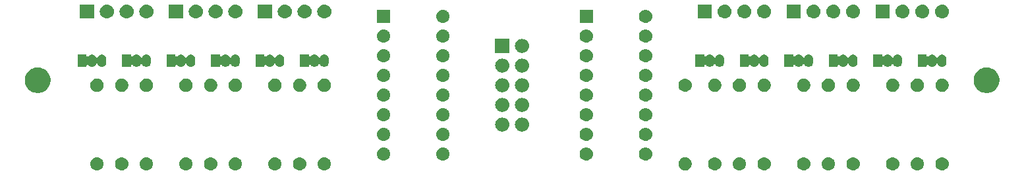
<source format=gbr>
G04 #@! TF.GenerationSoftware,KiCad,Pcbnew,(5.1.4-0-10_14)*
G04 #@! TF.CreationDate,2021-09-19T18:42:46+01:00*
G04 #@! TF.ProjectId,switch-module,73776974-6368-42d6-9d6f-64756c652e6b,rev?*
G04 #@! TF.SameCoordinates,Original*
G04 #@! TF.FileFunction,Soldermask,Top*
G04 #@! TF.FilePolarity,Negative*
%FSLAX46Y46*%
G04 Gerber Fmt 4.6, Leading zero omitted, Abs format (unit mm)*
G04 Created by KiCad (PCBNEW (5.1.4-0-10_14)) date 2021-09-19 18:42:46*
%MOMM*%
%LPD*%
G04 APERTURE LIST*
%ADD10C,0.100000*%
G04 APERTURE END LIST*
D10*
G36*
X151656823Y-74516313D02*
G01*
X151817242Y-74564976D01*
X151884361Y-74600852D01*
X151965078Y-74643996D01*
X152094659Y-74750341D01*
X152201004Y-74879922D01*
X152201005Y-74879924D01*
X152280024Y-75027758D01*
X152328687Y-75188177D01*
X152345117Y-75355000D01*
X152328687Y-75521823D01*
X152280024Y-75682242D01*
X152239477Y-75758100D01*
X152201004Y-75830078D01*
X152094659Y-75959659D01*
X151965078Y-76066004D01*
X151965076Y-76066005D01*
X151817242Y-76145024D01*
X151656823Y-76193687D01*
X151531804Y-76206000D01*
X151448196Y-76206000D01*
X151323177Y-76193687D01*
X151162758Y-76145024D01*
X151014924Y-76066005D01*
X151014922Y-76066004D01*
X150885341Y-75959659D01*
X150778996Y-75830078D01*
X150740523Y-75758100D01*
X150699976Y-75682242D01*
X150651313Y-75521823D01*
X150634883Y-75355000D01*
X150651313Y-75188177D01*
X150699976Y-75027758D01*
X150778995Y-74879924D01*
X150778996Y-74879922D01*
X150885341Y-74750341D01*
X151014922Y-74643996D01*
X151095639Y-74600852D01*
X151162758Y-74564976D01*
X151323177Y-74516313D01*
X151448196Y-74504000D01*
X151531804Y-74504000D01*
X151656823Y-74516313D01*
X151656823Y-74516313D01*
G37*
G36*
X148481823Y-74516313D02*
G01*
X148642242Y-74564976D01*
X148709361Y-74600852D01*
X148790078Y-74643996D01*
X148919659Y-74750341D01*
X149026004Y-74879922D01*
X149026005Y-74879924D01*
X149105024Y-75027758D01*
X149153687Y-75188177D01*
X149170117Y-75355000D01*
X149153687Y-75521823D01*
X149105024Y-75682242D01*
X149064477Y-75758100D01*
X149026004Y-75830078D01*
X148919659Y-75959659D01*
X148790078Y-76066004D01*
X148790076Y-76066005D01*
X148642242Y-76145024D01*
X148481823Y-76193687D01*
X148356804Y-76206000D01*
X148273196Y-76206000D01*
X148148177Y-76193687D01*
X147987758Y-76145024D01*
X147839924Y-76066005D01*
X147839922Y-76066004D01*
X147710341Y-75959659D01*
X147603996Y-75830078D01*
X147565523Y-75758100D01*
X147524976Y-75682242D01*
X147476313Y-75521823D01*
X147459883Y-75355000D01*
X147476313Y-75188177D01*
X147524976Y-75027758D01*
X147603995Y-74879924D01*
X147603996Y-74879922D01*
X147710341Y-74750341D01*
X147839922Y-74643996D01*
X147920639Y-74600852D01*
X147987758Y-74564976D01*
X148148177Y-74516313D01*
X148273196Y-74504000D01*
X148356804Y-74504000D01*
X148481823Y-74516313D01*
X148481823Y-74516313D01*
G37*
G36*
X145306823Y-74516313D02*
G01*
X145467242Y-74564976D01*
X145534361Y-74600852D01*
X145615078Y-74643996D01*
X145744659Y-74750341D01*
X145851004Y-74879922D01*
X145851005Y-74879924D01*
X145930024Y-75027758D01*
X145978687Y-75188177D01*
X145995117Y-75355000D01*
X145978687Y-75521823D01*
X145930024Y-75682242D01*
X145889477Y-75758100D01*
X145851004Y-75830078D01*
X145744659Y-75959659D01*
X145615078Y-76066004D01*
X145615076Y-76066005D01*
X145467242Y-76145024D01*
X145306823Y-76193687D01*
X145181804Y-76206000D01*
X145098196Y-76206000D01*
X144973177Y-76193687D01*
X144812758Y-76145024D01*
X144664924Y-76066005D01*
X144664922Y-76066004D01*
X144535341Y-75959659D01*
X144428996Y-75830078D01*
X144390523Y-75758100D01*
X144349976Y-75682242D01*
X144301313Y-75521823D01*
X144284883Y-75355000D01*
X144301313Y-75188177D01*
X144349976Y-75027758D01*
X144428995Y-74879924D01*
X144428996Y-74879922D01*
X144535341Y-74750341D01*
X144664922Y-74643996D01*
X144745639Y-74600852D01*
X144812758Y-74564976D01*
X144973177Y-74516313D01*
X145098196Y-74504000D01*
X145181804Y-74504000D01*
X145306823Y-74516313D01*
X145306823Y-74516313D01*
G37*
G36*
X140226823Y-74516313D02*
G01*
X140387242Y-74564976D01*
X140454361Y-74600852D01*
X140535078Y-74643996D01*
X140664659Y-74750341D01*
X140771004Y-74879922D01*
X140771005Y-74879924D01*
X140850024Y-75027758D01*
X140898687Y-75188177D01*
X140915117Y-75355000D01*
X140898687Y-75521823D01*
X140850024Y-75682242D01*
X140809477Y-75758100D01*
X140771004Y-75830078D01*
X140664659Y-75959659D01*
X140535078Y-76066004D01*
X140535076Y-76066005D01*
X140387242Y-76145024D01*
X140226823Y-76193687D01*
X140101804Y-76206000D01*
X140018196Y-76206000D01*
X139893177Y-76193687D01*
X139732758Y-76145024D01*
X139584924Y-76066005D01*
X139584922Y-76066004D01*
X139455341Y-75959659D01*
X139348996Y-75830078D01*
X139310523Y-75758100D01*
X139269976Y-75682242D01*
X139221313Y-75521823D01*
X139204883Y-75355000D01*
X139221313Y-75188177D01*
X139269976Y-75027758D01*
X139348995Y-74879924D01*
X139348996Y-74879922D01*
X139455341Y-74750341D01*
X139584922Y-74643996D01*
X139665639Y-74600852D01*
X139732758Y-74564976D01*
X139893177Y-74516313D01*
X140018196Y-74504000D01*
X140101804Y-74504000D01*
X140226823Y-74516313D01*
X140226823Y-74516313D01*
G37*
G36*
X137051823Y-74516313D02*
G01*
X137212242Y-74564976D01*
X137279361Y-74600852D01*
X137360078Y-74643996D01*
X137489659Y-74750341D01*
X137596004Y-74879922D01*
X137596005Y-74879924D01*
X137675024Y-75027758D01*
X137723687Y-75188177D01*
X137740117Y-75355000D01*
X137723687Y-75521823D01*
X137675024Y-75682242D01*
X137634477Y-75758100D01*
X137596004Y-75830078D01*
X137489659Y-75959659D01*
X137360078Y-76066004D01*
X137360076Y-76066005D01*
X137212242Y-76145024D01*
X137051823Y-76193687D01*
X136926804Y-76206000D01*
X136843196Y-76206000D01*
X136718177Y-76193687D01*
X136557758Y-76145024D01*
X136409924Y-76066005D01*
X136409922Y-76066004D01*
X136280341Y-75959659D01*
X136173996Y-75830078D01*
X136135523Y-75758100D01*
X136094976Y-75682242D01*
X136046313Y-75521823D01*
X136029883Y-75355000D01*
X136046313Y-75188177D01*
X136094976Y-75027758D01*
X136173995Y-74879924D01*
X136173996Y-74879922D01*
X136280341Y-74750341D01*
X136409922Y-74643996D01*
X136490639Y-74600852D01*
X136557758Y-74564976D01*
X136718177Y-74516313D01*
X136843196Y-74504000D01*
X136926804Y-74504000D01*
X137051823Y-74516313D01*
X137051823Y-74516313D01*
G37*
G36*
X133876823Y-74516313D02*
G01*
X134037242Y-74564976D01*
X134104361Y-74600852D01*
X134185078Y-74643996D01*
X134314659Y-74750341D01*
X134421004Y-74879922D01*
X134421005Y-74879924D01*
X134500024Y-75027758D01*
X134548687Y-75188177D01*
X134565117Y-75355000D01*
X134548687Y-75521823D01*
X134500024Y-75682242D01*
X134459477Y-75758100D01*
X134421004Y-75830078D01*
X134314659Y-75959659D01*
X134185078Y-76066004D01*
X134185076Y-76066005D01*
X134037242Y-76145024D01*
X133876823Y-76193687D01*
X133751804Y-76206000D01*
X133668196Y-76206000D01*
X133543177Y-76193687D01*
X133382758Y-76145024D01*
X133234924Y-76066005D01*
X133234922Y-76066004D01*
X133105341Y-75959659D01*
X132998996Y-75830078D01*
X132960523Y-75758100D01*
X132919976Y-75682242D01*
X132871313Y-75521823D01*
X132854883Y-75355000D01*
X132871313Y-75188177D01*
X132919976Y-75027758D01*
X132998995Y-74879924D01*
X132998996Y-74879922D01*
X133105341Y-74750341D01*
X133234922Y-74643996D01*
X133315639Y-74600852D01*
X133382758Y-74564976D01*
X133543177Y-74516313D01*
X133668196Y-74504000D01*
X133751804Y-74504000D01*
X133876823Y-74516313D01*
X133876823Y-74516313D01*
G37*
G36*
X128796823Y-74516313D02*
G01*
X128957242Y-74564976D01*
X129024361Y-74600852D01*
X129105078Y-74643996D01*
X129234659Y-74750341D01*
X129341004Y-74879922D01*
X129341005Y-74879924D01*
X129420024Y-75027758D01*
X129468687Y-75188177D01*
X129485117Y-75355000D01*
X129468687Y-75521823D01*
X129420024Y-75682242D01*
X129379477Y-75758100D01*
X129341004Y-75830078D01*
X129234659Y-75959659D01*
X129105078Y-76066004D01*
X129105076Y-76066005D01*
X128957242Y-76145024D01*
X128796823Y-76193687D01*
X128671804Y-76206000D01*
X128588196Y-76206000D01*
X128463177Y-76193687D01*
X128302758Y-76145024D01*
X128154924Y-76066005D01*
X128154922Y-76066004D01*
X128025341Y-75959659D01*
X127918996Y-75830078D01*
X127880523Y-75758100D01*
X127839976Y-75682242D01*
X127791313Y-75521823D01*
X127774883Y-75355000D01*
X127791313Y-75188177D01*
X127839976Y-75027758D01*
X127918995Y-74879924D01*
X127918996Y-74879922D01*
X128025341Y-74750341D01*
X128154922Y-74643996D01*
X128235639Y-74600852D01*
X128302758Y-74564976D01*
X128463177Y-74516313D01*
X128588196Y-74504000D01*
X128671804Y-74504000D01*
X128796823Y-74516313D01*
X128796823Y-74516313D01*
G37*
G36*
X125621823Y-74516313D02*
G01*
X125782242Y-74564976D01*
X125849361Y-74600852D01*
X125930078Y-74643996D01*
X126059659Y-74750341D01*
X126166004Y-74879922D01*
X126166005Y-74879924D01*
X126245024Y-75027758D01*
X126293687Y-75188177D01*
X126310117Y-75355000D01*
X126293687Y-75521823D01*
X126245024Y-75682242D01*
X126204477Y-75758100D01*
X126166004Y-75830078D01*
X126059659Y-75959659D01*
X125930078Y-76066004D01*
X125930076Y-76066005D01*
X125782242Y-76145024D01*
X125621823Y-76193687D01*
X125496804Y-76206000D01*
X125413196Y-76206000D01*
X125288177Y-76193687D01*
X125127758Y-76145024D01*
X124979924Y-76066005D01*
X124979922Y-76066004D01*
X124850341Y-75959659D01*
X124743996Y-75830078D01*
X124705523Y-75758100D01*
X124664976Y-75682242D01*
X124616313Y-75521823D01*
X124599883Y-75355000D01*
X124616313Y-75188177D01*
X124664976Y-75027758D01*
X124743995Y-74879924D01*
X124743996Y-74879922D01*
X124850341Y-74750341D01*
X124979922Y-74643996D01*
X125060639Y-74600852D01*
X125127758Y-74564976D01*
X125288177Y-74516313D01*
X125413196Y-74504000D01*
X125496804Y-74504000D01*
X125621823Y-74516313D01*
X125621823Y-74516313D01*
G37*
G36*
X122446823Y-74516313D02*
G01*
X122607242Y-74564976D01*
X122674361Y-74600852D01*
X122755078Y-74643996D01*
X122884659Y-74750341D01*
X122991004Y-74879922D01*
X122991005Y-74879924D01*
X123070024Y-75027758D01*
X123118687Y-75188177D01*
X123135117Y-75355000D01*
X123118687Y-75521823D01*
X123070024Y-75682242D01*
X123029477Y-75758100D01*
X122991004Y-75830078D01*
X122884659Y-75959659D01*
X122755078Y-76066004D01*
X122755076Y-76066005D01*
X122607242Y-76145024D01*
X122446823Y-76193687D01*
X122321804Y-76206000D01*
X122238196Y-76206000D01*
X122113177Y-76193687D01*
X121952758Y-76145024D01*
X121804924Y-76066005D01*
X121804922Y-76066004D01*
X121675341Y-75959659D01*
X121568996Y-75830078D01*
X121530523Y-75758100D01*
X121489976Y-75682242D01*
X121441313Y-75521823D01*
X121424883Y-75355000D01*
X121441313Y-75188177D01*
X121489976Y-75027758D01*
X121568995Y-74879924D01*
X121568996Y-74879922D01*
X121675341Y-74750341D01*
X121804922Y-74643996D01*
X121885639Y-74600852D01*
X121952758Y-74564976D01*
X122113177Y-74516313D01*
X122238196Y-74504000D01*
X122321804Y-74504000D01*
X122446823Y-74516313D01*
X122446823Y-74516313D01*
G37*
G36*
X118718228Y-74536703D02*
G01*
X118873100Y-74600853D01*
X119012481Y-74693985D01*
X119131015Y-74812519D01*
X119224147Y-74951900D01*
X119288297Y-75106772D01*
X119321000Y-75271184D01*
X119321000Y-75438816D01*
X119288297Y-75603228D01*
X119224147Y-75758100D01*
X119131015Y-75897481D01*
X119012481Y-76016015D01*
X118873100Y-76109147D01*
X118718228Y-76173297D01*
X118553816Y-76206000D01*
X118386184Y-76206000D01*
X118221772Y-76173297D01*
X118066900Y-76109147D01*
X117927519Y-76016015D01*
X117808985Y-75897481D01*
X117715853Y-75758100D01*
X117651703Y-75603228D01*
X117619000Y-75438816D01*
X117619000Y-75271184D01*
X117651703Y-75106772D01*
X117715853Y-74951900D01*
X117808985Y-74812519D01*
X117927519Y-74693985D01*
X118066900Y-74600853D01*
X118221772Y-74536703D01*
X118386184Y-74504000D01*
X118553816Y-74504000D01*
X118718228Y-74536703D01*
X118718228Y-74536703D01*
G37*
G36*
X72281823Y-74516313D02*
G01*
X72442242Y-74564976D01*
X72509361Y-74600852D01*
X72590078Y-74643996D01*
X72719659Y-74750341D01*
X72826004Y-74879922D01*
X72826005Y-74879924D01*
X72905024Y-75027758D01*
X72953687Y-75188177D01*
X72970117Y-75355000D01*
X72953687Y-75521823D01*
X72905024Y-75682242D01*
X72864477Y-75758100D01*
X72826004Y-75830078D01*
X72719659Y-75959659D01*
X72590078Y-76066004D01*
X72590076Y-76066005D01*
X72442242Y-76145024D01*
X72281823Y-76193687D01*
X72156804Y-76206000D01*
X72073196Y-76206000D01*
X71948177Y-76193687D01*
X71787758Y-76145024D01*
X71639924Y-76066005D01*
X71639922Y-76066004D01*
X71510341Y-75959659D01*
X71403996Y-75830078D01*
X71365523Y-75758100D01*
X71324976Y-75682242D01*
X71276313Y-75521823D01*
X71259883Y-75355000D01*
X71276313Y-75188177D01*
X71324976Y-75027758D01*
X71403995Y-74879924D01*
X71403996Y-74879922D01*
X71510341Y-74750341D01*
X71639922Y-74643996D01*
X71720639Y-74600852D01*
X71787758Y-74564976D01*
X71948177Y-74516313D01*
X72073196Y-74504000D01*
X72156804Y-74504000D01*
X72281823Y-74516313D01*
X72281823Y-74516313D01*
G37*
G36*
X69106823Y-74516313D02*
G01*
X69267242Y-74564976D01*
X69334361Y-74600852D01*
X69415078Y-74643996D01*
X69544659Y-74750341D01*
X69651004Y-74879922D01*
X69651005Y-74879924D01*
X69730024Y-75027758D01*
X69778687Y-75188177D01*
X69795117Y-75355000D01*
X69778687Y-75521823D01*
X69730024Y-75682242D01*
X69689477Y-75758100D01*
X69651004Y-75830078D01*
X69544659Y-75959659D01*
X69415078Y-76066004D01*
X69415076Y-76066005D01*
X69267242Y-76145024D01*
X69106823Y-76193687D01*
X68981804Y-76206000D01*
X68898196Y-76206000D01*
X68773177Y-76193687D01*
X68612758Y-76145024D01*
X68464924Y-76066005D01*
X68464922Y-76066004D01*
X68335341Y-75959659D01*
X68228996Y-75830078D01*
X68190523Y-75758100D01*
X68149976Y-75682242D01*
X68101313Y-75521823D01*
X68084883Y-75355000D01*
X68101313Y-75188177D01*
X68149976Y-75027758D01*
X68228995Y-74879924D01*
X68228996Y-74879922D01*
X68335341Y-74750341D01*
X68464922Y-74643996D01*
X68545639Y-74600852D01*
X68612758Y-74564976D01*
X68773177Y-74516313D01*
X68898196Y-74504000D01*
X68981804Y-74504000D01*
X69106823Y-74516313D01*
X69106823Y-74516313D01*
G37*
G36*
X65931823Y-74516313D02*
G01*
X66092242Y-74564976D01*
X66159361Y-74600852D01*
X66240078Y-74643996D01*
X66369659Y-74750341D01*
X66476004Y-74879922D01*
X66476005Y-74879924D01*
X66555024Y-75027758D01*
X66603687Y-75188177D01*
X66620117Y-75355000D01*
X66603687Y-75521823D01*
X66555024Y-75682242D01*
X66514477Y-75758100D01*
X66476004Y-75830078D01*
X66369659Y-75959659D01*
X66240078Y-76066004D01*
X66240076Y-76066005D01*
X66092242Y-76145024D01*
X65931823Y-76193687D01*
X65806804Y-76206000D01*
X65723196Y-76206000D01*
X65598177Y-76193687D01*
X65437758Y-76145024D01*
X65289924Y-76066005D01*
X65289922Y-76066004D01*
X65160341Y-75959659D01*
X65053996Y-75830078D01*
X65015523Y-75758100D01*
X64974976Y-75682242D01*
X64926313Y-75521823D01*
X64909883Y-75355000D01*
X64926313Y-75188177D01*
X64974976Y-75027758D01*
X65053995Y-74879924D01*
X65053996Y-74879922D01*
X65160341Y-74750341D01*
X65289922Y-74643996D01*
X65370639Y-74600852D01*
X65437758Y-74564976D01*
X65598177Y-74516313D01*
X65723196Y-74504000D01*
X65806804Y-74504000D01*
X65931823Y-74516313D01*
X65931823Y-74516313D01*
G37*
G36*
X60851823Y-74516313D02*
G01*
X61012242Y-74564976D01*
X61079361Y-74600852D01*
X61160078Y-74643996D01*
X61289659Y-74750341D01*
X61396004Y-74879922D01*
X61396005Y-74879924D01*
X61475024Y-75027758D01*
X61523687Y-75188177D01*
X61540117Y-75355000D01*
X61523687Y-75521823D01*
X61475024Y-75682242D01*
X61434477Y-75758100D01*
X61396004Y-75830078D01*
X61289659Y-75959659D01*
X61160078Y-76066004D01*
X61160076Y-76066005D01*
X61012242Y-76145024D01*
X60851823Y-76193687D01*
X60726804Y-76206000D01*
X60643196Y-76206000D01*
X60518177Y-76193687D01*
X60357758Y-76145024D01*
X60209924Y-76066005D01*
X60209922Y-76066004D01*
X60080341Y-75959659D01*
X59973996Y-75830078D01*
X59935523Y-75758100D01*
X59894976Y-75682242D01*
X59846313Y-75521823D01*
X59829883Y-75355000D01*
X59846313Y-75188177D01*
X59894976Y-75027758D01*
X59973995Y-74879924D01*
X59973996Y-74879922D01*
X60080341Y-74750341D01*
X60209922Y-74643996D01*
X60290639Y-74600852D01*
X60357758Y-74564976D01*
X60518177Y-74516313D01*
X60643196Y-74504000D01*
X60726804Y-74504000D01*
X60851823Y-74516313D01*
X60851823Y-74516313D01*
G37*
G36*
X57676823Y-74516313D02*
G01*
X57837242Y-74564976D01*
X57904361Y-74600852D01*
X57985078Y-74643996D01*
X58114659Y-74750341D01*
X58221004Y-74879922D01*
X58221005Y-74879924D01*
X58300024Y-75027758D01*
X58348687Y-75188177D01*
X58365117Y-75355000D01*
X58348687Y-75521823D01*
X58300024Y-75682242D01*
X58259477Y-75758100D01*
X58221004Y-75830078D01*
X58114659Y-75959659D01*
X57985078Y-76066004D01*
X57985076Y-76066005D01*
X57837242Y-76145024D01*
X57676823Y-76193687D01*
X57551804Y-76206000D01*
X57468196Y-76206000D01*
X57343177Y-76193687D01*
X57182758Y-76145024D01*
X57034924Y-76066005D01*
X57034922Y-76066004D01*
X56905341Y-75959659D01*
X56798996Y-75830078D01*
X56760523Y-75758100D01*
X56719976Y-75682242D01*
X56671313Y-75521823D01*
X56654883Y-75355000D01*
X56671313Y-75188177D01*
X56719976Y-75027758D01*
X56798995Y-74879924D01*
X56798996Y-74879922D01*
X56905341Y-74750341D01*
X57034922Y-74643996D01*
X57115639Y-74600852D01*
X57182758Y-74564976D01*
X57343177Y-74516313D01*
X57468196Y-74504000D01*
X57551804Y-74504000D01*
X57676823Y-74516313D01*
X57676823Y-74516313D01*
G37*
G36*
X54501823Y-74516313D02*
G01*
X54662242Y-74564976D01*
X54729361Y-74600852D01*
X54810078Y-74643996D01*
X54939659Y-74750341D01*
X55046004Y-74879922D01*
X55046005Y-74879924D01*
X55125024Y-75027758D01*
X55173687Y-75188177D01*
X55190117Y-75355000D01*
X55173687Y-75521823D01*
X55125024Y-75682242D01*
X55084477Y-75758100D01*
X55046004Y-75830078D01*
X54939659Y-75959659D01*
X54810078Y-76066004D01*
X54810076Y-76066005D01*
X54662242Y-76145024D01*
X54501823Y-76193687D01*
X54376804Y-76206000D01*
X54293196Y-76206000D01*
X54168177Y-76193687D01*
X54007758Y-76145024D01*
X53859924Y-76066005D01*
X53859922Y-76066004D01*
X53730341Y-75959659D01*
X53623996Y-75830078D01*
X53585523Y-75758100D01*
X53544976Y-75682242D01*
X53496313Y-75521823D01*
X53479883Y-75355000D01*
X53496313Y-75188177D01*
X53544976Y-75027758D01*
X53623995Y-74879924D01*
X53623996Y-74879922D01*
X53730341Y-74750341D01*
X53859922Y-74643996D01*
X53940639Y-74600852D01*
X54007758Y-74564976D01*
X54168177Y-74516313D01*
X54293196Y-74504000D01*
X54376804Y-74504000D01*
X54501823Y-74516313D01*
X54501823Y-74516313D01*
G37*
G36*
X49421823Y-74516313D02*
G01*
X49582242Y-74564976D01*
X49649361Y-74600852D01*
X49730078Y-74643996D01*
X49859659Y-74750341D01*
X49966004Y-74879922D01*
X49966005Y-74879924D01*
X50045024Y-75027758D01*
X50093687Y-75188177D01*
X50110117Y-75355000D01*
X50093687Y-75521823D01*
X50045024Y-75682242D01*
X50004477Y-75758100D01*
X49966004Y-75830078D01*
X49859659Y-75959659D01*
X49730078Y-76066004D01*
X49730076Y-76066005D01*
X49582242Y-76145024D01*
X49421823Y-76193687D01*
X49296804Y-76206000D01*
X49213196Y-76206000D01*
X49088177Y-76193687D01*
X48927758Y-76145024D01*
X48779924Y-76066005D01*
X48779922Y-76066004D01*
X48650341Y-75959659D01*
X48543996Y-75830078D01*
X48505523Y-75758100D01*
X48464976Y-75682242D01*
X48416313Y-75521823D01*
X48399883Y-75355000D01*
X48416313Y-75188177D01*
X48464976Y-75027758D01*
X48543995Y-74879924D01*
X48543996Y-74879922D01*
X48650341Y-74750341D01*
X48779922Y-74643996D01*
X48860639Y-74600852D01*
X48927758Y-74564976D01*
X49088177Y-74516313D01*
X49213196Y-74504000D01*
X49296804Y-74504000D01*
X49421823Y-74516313D01*
X49421823Y-74516313D01*
G37*
G36*
X46246823Y-74516313D02*
G01*
X46407242Y-74564976D01*
X46474361Y-74600852D01*
X46555078Y-74643996D01*
X46684659Y-74750341D01*
X46791004Y-74879922D01*
X46791005Y-74879924D01*
X46870024Y-75027758D01*
X46918687Y-75188177D01*
X46935117Y-75355000D01*
X46918687Y-75521823D01*
X46870024Y-75682242D01*
X46829477Y-75758100D01*
X46791004Y-75830078D01*
X46684659Y-75959659D01*
X46555078Y-76066004D01*
X46555076Y-76066005D01*
X46407242Y-76145024D01*
X46246823Y-76193687D01*
X46121804Y-76206000D01*
X46038196Y-76206000D01*
X45913177Y-76193687D01*
X45752758Y-76145024D01*
X45604924Y-76066005D01*
X45604922Y-76066004D01*
X45475341Y-75959659D01*
X45368996Y-75830078D01*
X45330523Y-75758100D01*
X45289976Y-75682242D01*
X45241313Y-75521823D01*
X45224883Y-75355000D01*
X45241313Y-75188177D01*
X45289976Y-75027758D01*
X45368995Y-74879924D01*
X45368996Y-74879922D01*
X45475341Y-74750341D01*
X45604922Y-74643996D01*
X45685639Y-74600852D01*
X45752758Y-74564976D01*
X45913177Y-74516313D01*
X46038196Y-74504000D01*
X46121804Y-74504000D01*
X46246823Y-74516313D01*
X46246823Y-74516313D01*
G37*
G36*
X43071823Y-74516313D02*
G01*
X43232242Y-74564976D01*
X43299361Y-74600852D01*
X43380078Y-74643996D01*
X43509659Y-74750341D01*
X43616004Y-74879922D01*
X43616005Y-74879924D01*
X43695024Y-75027758D01*
X43743687Y-75188177D01*
X43760117Y-75355000D01*
X43743687Y-75521823D01*
X43695024Y-75682242D01*
X43654477Y-75758100D01*
X43616004Y-75830078D01*
X43509659Y-75959659D01*
X43380078Y-76066004D01*
X43380076Y-76066005D01*
X43232242Y-76145024D01*
X43071823Y-76193687D01*
X42946804Y-76206000D01*
X42863196Y-76206000D01*
X42738177Y-76193687D01*
X42577758Y-76145024D01*
X42429924Y-76066005D01*
X42429922Y-76066004D01*
X42300341Y-75959659D01*
X42193996Y-75830078D01*
X42155523Y-75758100D01*
X42114976Y-75682242D01*
X42066313Y-75521823D01*
X42049883Y-75355000D01*
X42066313Y-75188177D01*
X42114976Y-75027758D01*
X42193995Y-74879924D01*
X42193996Y-74879922D01*
X42300341Y-74750341D01*
X42429922Y-74643996D01*
X42510639Y-74600852D01*
X42577758Y-74564976D01*
X42738177Y-74516313D01*
X42863196Y-74504000D01*
X42946804Y-74504000D01*
X43071823Y-74516313D01*
X43071823Y-74516313D01*
G37*
G36*
X87521823Y-73246313D02*
G01*
X87682242Y-73294976D01*
X87814906Y-73365886D01*
X87830078Y-73373996D01*
X87959659Y-73480341D01*
X88066004Y-73609922D01*
X88066005Y-73609924D01*
X88145024Y-73757758D01*
X88193687Y-73918177D01*
X88210117Y-74085000D01*
X88193687Y-74251823D01*
X88145024Y-74412242D01*
X88095978Y-74504000D01*
X88066004Y-74560078D01*
X87959659Y-74689659D01*
X87830078Y-74796004D01*
X87830076Y-74796005D01*
X87682242Y-74875024D01*
X87521823Y-74923687D01*
X87396804Y-74936000D01*
X87313196Y-74936000D01*
X87188177Y-74923687D01*
X87027758Y-74875024D01*
X86879924Y-74796005D01*
X86879922Y-74796004D01*
X86750341Y-74689659D01*
X86643996Y-74560078D01*
X86614022Y-74504000D01*
X86564976Y-74412242D01*
X86516313Y-74251823D01*
X86499883Y-74085000D01*
X86516313Y-73918177D01*
X86564976Y-73757758D01*
X86643995Y-73609924D01*
X86643996Y-73609922D01*
X86750341Y-73480341D01*
X86879922Y-73373996D01*
X86895094Y-73365886D01*
X87027758Y-73294976D01*
X87188177Y-73246313D01*
X87313196Y-73234000D01*
X87396804Y-73234000D01*
X87521823Y-73246313D01*
X87521823Y-73246313D01*
G37*
G36*
X79901823Y-73246313D02*
G01*
X80062242Y-73294976D01*
X80194906Y-73365886D01*
X80210078Y-73373996D01*
X80339659Y-73480341D01*
X80446004Y-73609922D01*
X80446005Y-73609924D01*
X80525024Y-73757758D01*
X80573687Y-73918177D01*
X80590117Y-74085000D01*
X80573687Y-74251823D01*
X80525024Y-74412242D01*
X80475978Y-74504000D01*
X80446004Y-74560078D01*
X80339659Y-74689659D01*
X80210078Y-74796004D01*
X80210076Y-74796005D01*
X80062242Y-74875024D01*
X79901823Y-74923687D01*
X79776804Y-74936000D01*
X79693196Y-74936000D01*
X79568177Y-74923687D01*
X79407758Y-74875024D01*
X79259924Y-74796005D01*
X79259922Y-74796004D01*
X79130341Y-74689659D01*
X79023996Y-74560078D01*
X78994022Y-74504000D01*
X78944976Y-74412242D01*
X78896313Y-74251823D01*
X78879883Y-74085000D01*
X78896313Y-73918177D01*
X78944976Y-73757758D01*
X79023995Y-73609924D01*
X79023996Y-73609922D01*
X79130341Y-73480341D01*
X79259922Y-73373996D01*
X79275094Y-73365886D01*
X79407758Y-73294976D01*
X79568177Y-73246313D01*
X79693196Y-73234000D01*
X79776804Y-73234000D01*
X79901823Y-73246313D01*
X79901823Y-73246313D01*
G37*
G36*
X113556823Y-73246313D02*
G01*
X113717242Y-73294976D01*
X113849906Y-73365886D01*
X113865078Y-73373996D01*
X113994659Y-73480341D01*
X114101004Y-73609922D01*
X114101005Y-73609924D01*
X114180024Y-73757758D01*
X114228687Y-73918177D01*
X114245117Y-74085000D01*
X114228687Y-74251823D01*
X114180024Y-74412242D01*
X114130978Y-74504000D01*
X114101004Y-74560078D01*
X113994659Y-74689659D01*
X113865078Y-74796004D01*
X113865076Y-74796005D01*
X113717242Y-74875024D01*
X113556823Y-74923687D01*
X113431804Y-74936000D01*
X113348196Y-74936000D01*
X113223177Y-74923687D01*
X113062758Y-74875024D01*
X112914924Y-74796005D01*
X112914922Y-74796004D01*
X112785341Y-74689659D01*
X112678996Y-74560078D01*
X112649022Y-74504000D01*
X112599976Y-74412242D01*
X112551313Y-74251823D01*
X112534883Y-74085000D01*
X112551313Y-73918177D01*
X112599976Y-73757758D01*
X112678995Y-73609924D01*
X112678996Y-73609922D01*
X112785341Y-73480341D01*
X112914922Y-73373996D01*
X112930094Y-73365886D01*
X113062758Y-73294976D01*
X113223177Y-73246313D01*
X113348196Y-73234000D01*
X113431804Y-73234000D01*
X113556823Y-73246313D01*
X113556823Y-73246313D01*
G37*
G36*
X105936823Y-73246313D02*
G01*
X106097242Y-73294976D01*
X106229906Y-73365886D01*
X106245078Y-73373996D01*
X106374659Y-73480341D01*
X106481004Y-73609922D01*
X106481005Y-73609924D01*
X106560024Y-73757758D01*
X106608687Y-73918177D01*
X106625117Y-74085000D01*
X106608687Y-74251823D01*
X106560024Y-74412242D01*
X106510978Y-74504000D01*
X106481004Y-74560078D01*
X106374659Y-74689659D01*
X106245078Y-74796004D01*
X106245076Y-74796005D01*
X106097242Y-74875024D01*
X105936823Y-74923687D01*
X105811804Y-74936000D01*
X105728196Y-74936000D01*
X105603177Y-74923687D01*
X105442758Y-74875024D01*
X105294924Y-74796005D01*
X105294922Y-74796004D01*
X105165341Y-74689659D01*
X105058996Y-74560078D01*
X105029022Y-74504000D01*
X104979976Y-74412242D01*
X104931313Y-74251823D01*
X104914883Y-74085000D01*
X104931313Y-73918177D01*
X104979976Y-73757758D01*
X105058995Y-73609924D01*
X105058996Y-73609922D01*
X105165341Y-73480341D01*
X105294922Y-73373996D01*
X105310094Y-73365886D01*
X105442758Y-73294976D01*
X105603177Y-73246313D01*
X105728196Y-73234000D01*
X105811804Y-73234000D01*
X105936823Y-73246313D01*
X105936823Y-73246313D01*
G37*
G36*
X87521823Y-70706313D02*
G01*
X87682242Y-70754976D01*
X87814906Y-70825886D01*
X87830078Y-70833996D01*
X87959659Y-70940341D01*
X88066004Y-71069922D01*
X88066005Y-71069924D01*
X88145024Y-71217758D01*
X88193687Y-71378177D01*
X88210117Y-71545000D01*
X88193687Y-71711823D01*
X88145024Y-71872242D01*
X88074114Y-72004906D01*
X88066004Y-72020078D01*
X87959659Y-72149659D01*
X87830078Y-72256004D01*
X87830076Y-72256005D01*
X87682242Y-72335024D01*
X87521823Y-72383687D01*
X87396804Y-72396000D01*
X87313196Y-72396000D01*
X87188177Y-72383687D01*
X87027758Y-72335024D01*
X86879924Y-72256005D01*
X86879922Y-72256004D01*
X86750341Y-72149659D01*
X86643996Y-72020078D01*
X86635886Y-72004906D01*
X86564976Y-71872242D01*
X86516313Y-71711823D01*
X86499883Y-71545000D01*
X86516313Y-71378177D01*
X86564976Y-71217758D01*
X86643995Y-71069924D01*
X86643996Y-71069922D01*
X86750341Y-70940341D01*
X86879922Y-70833996D01*
X86895094Y-70825886D01*
X87027758Y-70754976D01*
X87188177Y-70706313D01*
X87313196Y-70694000D01*
X87396804Y-70694000D01*
X87521823Y-70706313D01*
X87521823Y-70706313D01*
G37*
G36*
X79901823Y-70706313D02*
G01*
X80062242Y-70754976D01*
X80194906Y-70825886D01*
X80210078Y-70833996D01*
X80339659Y-70940341D01*
X80446004Y-71069922D01*
X80446005Y-71069924D01*
X80525024Y-71217758D01*
X80573687Y-71378177D01*
X80590117Y-71545000D01*
X80573687Y-71711823D01*
X80525024Y-71872242D01*
X80454114Y-72004906D01*
X80446004Y-72020078D01*
X80339659Y-72149659D01*
X80210078Y-72256004D01*
X80210076Y-72256005D01*
X80062242Y-72335024D01*
X79901823Y-72383687D01*
X79776804Y-72396000D01*
X79693196Y-72396000D01*
X79568177Y-72383687D01*
X79407758Y-72335024D01*
X79259924Y-72256005D01*
X79259922Y-72256004D01*
X79130341Y-72149659D01*
X79023996Y-72020078D01*
X79015886Y-72004906D01*
X78944976Y-71872242D01*
X78896313Y-71711823D01*
X78879883Y-71545000D01*
X78896313Y-71378177D01*
X78944976Y-71217758D01*
X79023995Y-71069924D01*
X79023996Y-71069922D01*
X79130341Y-70940341D01*
X79259922Y-70833996D01*
X79275094Y-70825886D01*
X79407758Y-70754976D01*
X79568177Y-70706313D01*
X79693196Y-70694000D01*
X79776804Y-70694000D01*
X79901823Y-70706313D01*
X79901823Y-70706313D01*
G37*
G36*
X113556823Y-70706313D02*
G01*
X113717242Y-70754976D01*
X113849906Y-70825886D01*
X113865078Y-70833996D01*
X113994659Y-70940341D01*
X114101004Y-71069922D01*
X114101005Y-71069924D01*
X114180024Y-71217758D01*
X114228687Y-71378177D01*
X114245117Y-71545000D01*
X114228687Y-71711823D01*
X114180024Y-71872242D01*
X114109114Y-72004906D01*
X114101004Y-72020078D01*
X113994659Y-72149659D01*
X113865078Y-72256004D01*
X113865076Y-72256005D01*
X113717242Y-72335024D01*
X113556823Y-72383687D01*
X113431804Y-72396000D01*
X113348196Y-72396000D01*
X113223177Y-72383687D01*
X113062758Y-72335024D01*
X112914924Y-72256005D01*
X112914922Y-72256004D01*
X112785341Y-72149659D01*
X112678996Y-72020078D01*
X112670886Y-72004906D01*
X112599976Y-71872242D01*
X112551313Y-71711823D01*
X112534883Y-71545000D01*
X112551313Y-71378177D01*
X112599976Y-71217758D01*
X112678995Y-71069924D01*
X112678996Y-71069922D01*
X112785341Y-70940341D01*
X112914922Y-70833996D01*
X112930094Y-70825886D01*
X113062758Y-70754976D01*
X113223177Y-70706313D01*
X113348196Y-70694000D01*
X113431804Y-70694000D01*
X113556823Y-70706313D01*
X113556823Y-70706313D01*
G37*
G36*
X105936823Y-70706313D02*
G01*
X106097242Y-70754976D01*
X106229906Y-70825886D01*
X106245078Y-70833996D01*
X106374659Y-70940341D01*
X106481004Y-71069922D01*
X106481005Y-71069924D01*
X106560024Y-71217758D01*
X106608687Y-71378177D01*
X106625117Y-71545000D01*
X106608687Y-71711823D01*
X106560024Y-71872242D01*
X106489114Y-72004906D01*
X106481004Y-72020078D01*
X106374659Y-72149659D01*
X106245078Y-72256004D01*
X106245076Y-72256005D01*
X106097242Y-72335024D01*
X105936823Y-72383687D01*
X105811804Y-72396000D01*
X105728196Y-72396000D01*
X105603177Y-72383687D01*
X105442758Y-72335024D01*
X105294924Y-72256005D01*
X105294922Y-72256004D01*
X105165341Y-72149659D01*
X105058996Y-72020078D01*
X105050886Y-72004906D01*
X104979976Y-71872242D01*
X104931313Y-71711823D01*
X104914883Y-71545000D01*
X104931313Y-71378177D01*
X104979976Y-71217758D01*
X105058995Y-71069924D01*
X105058996Y-71069922D01*
X105165341Y-70940341D01*
X105294922Y-70833996D01*
X105310094Y-70825886D01*
X105442758Y-70754976D01*
X105603177Y-70706313D01*
X105728196Y-70694000D01*
X105811804Y-70694000D01*
X105936823Y-70706313D01*
X105936823Y-70706313D01*
G37*
G36*
X95085443Y-69380519D02*
G01*
X95151627Y-69387037D01*
X95321466Y-69438557D01*
X95477991Y-69522222D01*
X95513729Y-69551552D01*
X95615186Y-69634814D01*
X95698448Y-69736271D01*
X95727778Y-69772009D01*
X95811443Y-69928534D01*
X95862963Y-70098373D01*
X95880359Y-70275000D01*
X95862963Y-70451627D01*
X95811443Y-70621466D01*
X95727778Y-70777991D01*
X95698448Y-70813729D01*
X95615186Y-70915186D01*
X95513729Y-70998448D01*
X95477991Y-71027778D01*
X95321466Y-71111443D01*
X95151627Y-71162963D01*
X95085442Y-71169482D01*
X95019260Y-71176000D01*
X94930740Y-71176000D01*
X94864558Y-71169482D01*
X94798373Y-71162963D01*
X94628534Y-71111443D01*
X94472009Y-71027778D01*
X94436271Y-70998448D01*
X94334814Y-70915186D01*
X94251552Y-70813729D01*
X94222222Y-70777991D01*
X94138557Y-70621466D01*
X94087037Y-70451627D01*
X94069641Y-70275000D01*
X94087037Y-70098373D01*
X94138557Y-69928534D01*
X94222222Y-69772009D01*
X94251552Y-69736271D01*
X94334814Y-69634814D01*
X94436271Y-69551552D01*
X94472009Y-69522222D01*
X94628534Y-69438557D01*
X94798373Y-69387037D01*
X94864557Y-69380519D01*
X94930740Y-69374000D01*
X95019260Y-69374000D01*
X95085443Y-69380519D01*
X95085443Y-69380519D01*
G37*
G36*
X97625443Y-69380519D02*
G01*
X97691627Y-69387037D01*
X97861466Y-69438557D01*
X98017991Y-69522222D01*
X98053729Y-69551552D01*
X98155186Y-69634814D01*
X98238448Y-69736271D01*
X98267778Y-69772009D01*
X98351443Y-69928534D01*
X98402963Y-70098373D01*
X98420359Y-70275000D01*
X98402963Y-70451627D01*
X98351443Y-70621466D01*
X98267778Y-70777991D01*
X98238448Y-70813729D01*
X98155186Y-70915186D01*
X98053729Y-70998448D01*
X98017991Y-71027778D01*
X97861466Y-71111443D01*
X97691627Y-71162963D01*
X97625442Y-71169482D01*
X97559260Y-71176000D01*
X97470740Y-71176000D01*
X97404558Y-71169482D01*
X97338373Y-71162963D01*
X97168534Y-71111443D01*
X97012009Y-71027778D01*
X96976271Y-70998448D01*
X96874814Y-70915186D01*
X96791552Y-70813729D01*
X96762222Y-70777991D01*
X96678557Y-70621466D01*
X96627037Y-70451627D01*
X96609641Y-70275000D01*
X96627037Y-70098373D01*
X96678557Y-69928534D01*
X96762222Y-69772009D01*
X96791552Y-69736271D01*
X96874814Y-69634814D01*
X96976271Y-69551552D01*
X97012009Y-69522222D01*
X97168534Y-69438557D01*
X97338373Y-69387037D01*
X97404557Y-69380519D01*
X97470740Y-69374000D01*
X97559260Y-69374000D01*
X97625443Y-69380519D01*
X97625443Y-69380519D01*
G37*
G36*
X87521823Y-68166313D02*
G01*
X87682242Y-68214976D01*
X87814906Y-68285886D01*
X87830078Y-68293996D01*
X87959659Y-68400341D01*
X88066004Y-68529922D01*
X88066005Y-68529924D01*
X88145024Y-68677758D01*
X88193687Y-68838177D01*
X88210117Y-69005000D01*
X88193687Y-69171823D01*
X88145024Y-69332242D01*
X88115735Y-69387037D01*
X88066004Y-69480078D01*
X87959659Y-69609659D01*
X87830078Y-69716004D01*
X87830076Y-69716005D01*
X87682242Y-69795024D01*
X87521823Y-69843687D01*
X87396804Y-69856000D01*
X87313196Y-69856000D01*
X87188177Y-69843687D01*
X87027758Y-69795024D01*
X86879924Y-69716005D01*
X86879922Y-69716004D01*
X86750341Y-69609659D01*
X86643996Y-69480078D01*
X86594265Y-69387037D01*
X86564976Y-69332242D01*
X86516313Y-69171823D01*
X86499883Y-69005000D01*
X86516313Y-68838177D01*
X86564976Y-68677758D01*
X86643995Y-68529924D01*
X86643996Y-68529922D01*
X86750341Y-68400341D01*
X86879922Y-68293996D01*
X86895094Y-68285886D01*
X87027758Y-68214976D01*
X87188177Y-68166313D01*
X87313196Y-68154000D01*
X87396804Y-68154000D01*
X87521823Y-68166313D01*
X87521823Y-68166313D01*
G37*
G36*
X79901823Y-68166313D02*
G01*
X80062242Y-68214976D01*
X80194906Y-68285886D01*
X80210078Y-68293996D01*
X80339659Y-68400341D01*
X80446004Y-68529922D01*
X80446005Y-68529924D01*
X80525024Y-68677758D01*
X80573687Y-68838177D01*
X80590117Y-69005000D01*
X80573687Y-69171823D01*
X80525024Y-69332242D01*
X80495735Y-69387037D01*
X80446004Y-69480078D01*
X80339659Y-69609659D01*
X80210078Y-69716004D01*
X80210076Y-69716005D01*
X80062242Y-69795024D01*
X79901823Y-69843687D01*
X79776804Y-69856000D01*
X79693196Y-69856000D01*
X79568177Y-69843687D01*
X79407758Y-69795024D01*
X79259924Y-69716005D01*
X79259922Y-69716004D01*
X79130341Y-69609659D01*
X79023996Y-69480078D01*
X78974265Y-69387037D01*
X78944976Y-69332242D01*
X78896313Y-69171823D01*
X78879883Y-69005000D01*
X78896313Y-68838177D01*
X78944976Y-68677758D01*
X79023995Y-68529924D01*
X79023996Y-68529922D01*
X79130341Y-68400341D01*
X79259922Y-68293996D01*
X79275094Y-68285886D01*
X79407758Y-68214976D01*
X79568177Y-68166313D01*
X79693196Y-68154000D01*
X79776804Y-68154000D01*
X79901823Y-68166313D01*
X79901823Y-68166313D01*
G37*
G36*
X113556823Y-68166313D02*
G01*
X113717242Y-68214976D01*
X113849906Y-68285886D01*
X113865078Y-68293996D01*
X113994659Y-68400341D01*
X114101004Y-68529922D01*
X114101005Y-68529924D01*
X114180024Y-68677758D01*
X114228687Y-68838177D01*
X114245117Y-69005000D01*
X114228687Y-69171823D01*
X114180024Y-69332242D01*
X114150735Y-69387037D01*
X114101004Y-69480078D01*
X113994659Y-69609659D01*
X113865078Y-69716004D01*
X113865076Y-69716005D01*
X113717242Y-69795024D01*
X113556823Y-69843687D01*
X113431804Y-69856000D01*
X113348196Y-69856000D01*
X113223177Y-69843687D01*
X113062758Y-69795024D01*
X112914924Y-69716005D01*
X112914922Y-69716004D01*
X112785341Y-69609659D01*
X112678996Y-69480078D01*
X112629265Y-69387037D01*
X112599976Y-69332242D01*
X112551313Y-69171823D01*
X112534883Y-69005000D01*
X112551313Y-68838177D01*
X112599976Y-68677758D01*
X112678995Y-68529924D01*
X112678996Y-68529922D01*
X112785341Y-68400341D01*
X112914922Y-68293996D01*
X112930094Y-68285886D01*
X113062758Y-68214976D01*
X113223177Y-68166313D01*
X113348196Y-68154000D01*
X113431804Y-68154000D01*
X113556823Y-68166313D01*
X113556823Y-68166313D01*
G37*
G36*
X105936823Y-68166313D02*
G01*
X106097242Y-68214976D01*
X106229906Y-68285886D01*
X106245078Y-68293996D01*
X106374659Y-68400341D01*
X106481004Y-68529922D01*
X106481005Y-68529924D01*
X106560024Y-68677758D01*
X106608687Y-68838177D01*
X106625117Y-69005000D01*
X106608687Y-69171823D01*
X106560024Y-69332242D01*
X106530735Y-69387037D01*
X106481004Y-69480078D01*
X106374659Y-69609659D01*
X106245078Y-69716004D01*
X106245076Y-69716005D01*
X106097242Y-69795024D01*
X105936823Y-69843687D01*
X105811804Y-69856000D01*
X105728196Y-69856000D01*
X105603177Y-69843687D01*
X105442758Y-69795024D01*
X105294924Y-69716005D01*
X105294922Y-69716004D01*
X105165341Y-69609659D01*
X105058996Y-69480078D01*
X105009265Y-69387037D01*
X104979976Y-69332242D01*
X104931313Y-69171823D01*
X104914883Y-69005000D01*
X104931313Y-68838177D01*
X104979976Y-68677758D01*
X105058995Y-68529924D01*
X105058996Y-68529922D01*
X105165341Y-68400341D01*
X105294922Y-68293996D01*
X105310094Y-68285886D01*
X105442758Y-68214976D01*
X105603177Y-68166313D01*
X105728196Y-68154000D01*
X105811804Y-68154000D01*
X105936823Y-68166313D01*
X105936823Y-68166313D01*
G37*
G36*
X97625443Y-66840519D02*
G01*
X97691627Y-66847037D01*
X97861466Y-66898557D01*
X98017991Y-66982222D01*
X98053729Y-67011552D01*
X98155186Y-67094814D01*
X98238448Y-67196271D01*
X98267778Y-67232009D01*
X98351443Y-67388534D01*
X98402963Y-67558373D01*
X98420359Y-67735000D01*
X98402963Y-67911627D01*
X98351443Y-68081466D01*
X98267778Y-68237991D01*
X98238448Y-68273729D01*
X98155186Y-68375186D01*
X98053729Y-68458448D01*
X98017991Y-68487778D01*
X97861466Y-68571443D01*
X97691627Y-68622963D01*
X97625443Y-68629481D01*
X97559260Y-68636000D01*
X97470740Y-68636000D01*
X97404557Y-68629481D01*
X97338373Y-68622963D01*
X97168534Y-68571443D01*
X97012009Y-68487778D01*
X96976271Y-68458448D01*
X96874814Y-68375186D01*
X96791552Y-68273729D01*
X96762222Y-68237991D01*
X96678557Y-68081466D01*
X96627037Y-67911627D01*
X96609641Y-67735000D01*
X96627037Y-67558373D01*
X96678557Y-67388534D01*
X96762222Y-67232009D01*
X96791552Y-67196271D01*
X96874814Y-67094814D01*
X96976271Y-67011552D01*
X97012009Y-66982222D01*
X97168534Y-66898557D01*
X97338373Y-66847037D01*
X97404557Y-66840519D01*
X97470740Y-66834000D01*
X97559260Y-66834000D01*
X97625443Y-66840519D01*
X97625443Y-66840519D01*
G37*
G36*
X95085443Y-66840519D02*
G01*
X95151627Y-66847037D01*
X95321466Y-66898557D01*
X95477991Y-66982222D01*
X95513729Y-67011552D01*
X95615186Y-67094814D01*
X95698448Y-67196271D01*
X95727778Y-67232009D01*
X95811443Y-67388534D01*
X95862963Y-67558373D01*
X95880359Y-67735000D01*
X95862963Y-67911627D01*
X95811443Y-68081466D01*
X95727778Y-68237991D01*
X95698448Y-68273729D01*
X95615186Y-68375186D01*
X95513729Y-68458448D01*
X95477991Y-68487778D01*
X95321466Y-68571443D01*
X95151627Y-68622963D01*
X95085443Y-68629481D01*
X95019260Y-68636000D01*
X94930740Y-68636000D01*
X94864557Y-68629481D01*
X94798373Y-68622963D01*
X94628534Y-68571443D01*
X94472009Y-68487778D01*
X94436271Y-68458448D01*
X94334814Y-68375186D01*
X94251552Y-68273729D01*
X94222222Y-68237991D01*
X94138557Y-68081466D01*
X94087037Y-67911627D01*
X94069641Y-67735000D01*
X94087037Y-67558373D01*
X94138557Y-67388534D01*
X94222222Y-67232009D01*
X94251552Y-67196271D01*
X94334814Y-67094814D01*
X94436271Y-67011552D01*
X94472009Y-66982222D01*
X94628534Y-66898557D01*
X94798373Y-66847037D01*
X94864557Y-66840519D01*
X94930740Y-66834000D01*
X95019260Y-66834000D01*
X95085443Y-66840519D01*
X95085443Y-66840519D01*
G37*
G36*
X105936823Y-65626313D02*
G01*
X106097242Y-65674976D01*
X106229906Y-65745886D01*
X106245078Y-65753996D01*
X106374659Y-65860341D01*
X106481004Y-65989922D01*
X106481005Y-65989924D01*
X106560024Y-66137758D01*
X106608687Y-66298177D01*
X106625117Y-66465000D01*
X106608687Y-66631823D01*
X106560024Y-66792242D01*
X106530735Y-66847037D01*
X106481004Y-66940078D01*
X106374659Y-67069659D01*
X106245078Y-67176004D01*
X106245076Y-67176005D01*
X106097242Y-67255024D01*
X105936823Y-67303687D01*
X105811804Y-67316000D01*
X105728196Y-67316000D01*
X105603177Y-67303687D01*
X105442758Y-67255024D01*
X105294924Y-67176005D01*
X105294922Y-67176004D01*
X105165341Y-67069659D01*
X105058996Y-66940078D01*
X105009265Y-66847037D01*
X104979976Y-66792242D01*
X104931313Y-66631823D01*
X104914883Y-66465000D01*
X104931313Y-66298177D01*
X104979976Y-66137758D01*
X105058995Y-65989924D01*
X105058996Y-65989922D01*
X105165341Y-65860341D01*
X105294922Y-65753996D01*
X105310094Y-65745886D01*
X105442758Y-65674976D01*
X105603177Y-65626313D01*
X105728196Y-65614000D01*
X105811804Y-65614000D01*
X105936823Y-65626313D01*
X105936823Y-65626313D01*
G37*
G36*
X113556823Y-65626313D02*
G01*
X113717242Y-65674976D01*
X113849906Y-65745886D01*
X113865078Y-65753996D01*
X113994659Y-65860341D01*
X114101004Y-65989922D01*
X114101005Y-65989924D01*
X114180024Y-66137758D01*
X114228687Y-66298177D01*
X114245117Y-66465000D01*
X114228687Y-66631823D01*
X114180024Y-66792242D01*
X114150735Y-66847037D01*
X114101004Y-66940078D01*
X113994659Y-67069659D01*
X113865078Y-67176004D01*
X113865076Y-67176005D01*
X113717242Y-67255024D01*
X113556823Y-67303687D01*
X113431804Y-67316000D01*
X113348196Y-67316000D01*
X113223177Y-67303687D01*
X113062758Y-67255024D01*
X112914924Y-67176005D01*
X112914922Y-67176004D01*
X112785341Y-67069659D01*
X112678996Y-66940078D01*
X112629265Y-66847037D01*
X112599976Y-66792242D01*
X112551313Y-66631823D01*
X112534883Y-66465000D01*
X112551313Y-66298177D01*
X112599976Y-66137758D01*
X112678995Y-65989924D01*
X112678996Y-65989922D01*
X112785341Y-65860341D01*
X112914922Y-65753996D01*
X112930094Y-65745886D01*
X113062758Y-65674976D01*
X113223177Y-65626313D01*
X113348196Y-65614000D01*
X113431804Y-65614000D01*
X113556823Y-65626313D01*
X113556823Y-65626313D01*
G37*
G36*
X87521823Y-65626313D02*
G01*
X87682242Y-65674976D01*
X87814906Y-65745886D01*
X87830078Y-65753996D01*
X87959659Y-65860341D01*
X88066004Y-65989922D01*
X88066005Y-65989924D01*
X88145024Y-66137758D01*
X88193687Y-66298177D01*
X88210117Y-66465000D01*
X88193687Y-66631823D01*
X88145024Y-66792242D01*
X88115735Y-66847037D01*
X88066004Y-66940078D01*
X87959659Y-67069659D01*
X87830078Y-67176004D01*
X87830076Y-67176005D01*
X87682242Y-67255024D01*
X87521823Y-67303687D01*
X87396804Y-67316000D01*
X87313196Y-67316000D01*
X87188177Y-67303687D01*
X87027758Y-67255024D01*
X86879924Y-67176005D01*
X86879922Y-67176004D01*
X86750341Y-67069659D01*
X86643996Y-66940078D01*
X86594265Y-66847037D01*
X86564976Y-66792242D01*
X86516313Y-66631823D01*
X86499883Y-66465000D01*
X86516313Y-66298177D01*
X86564976Y-66137758D01*
X86643995Y-65989924D01*
X86643996Y-65989922D01*
X86750341Y-65860341D01*
X86879922Y-65753996D01*
X86895094Y-65745886D01*
X87027758Y-65674976D01*
X87188177Y-65626313D01*
X87313196Y-65614000D01*
X87396804Y-65614000D01*
X87521823Y-65626313D01*
X87521823Y-65626313D01*
G37*
G36*
X79901823Y-65626313D02*
G01*
X80062242Y-65674976D01*
X80194906Y-65745886D01*
X80210078Y-65753996D01*
X80339659Y-65860341D01*
X80446004Y-65989922D01*
X80446005Y-65989924D01*
X80525024Y-66137758D01*
X80573687Y-66298177D01*
X80590117Y-66465000D01*
X80573687Y-66631823D01*
X80525024Y-66792242D01*
X80495735Y-66847037D01*
X80446004Y-66940078D01*
X80339659Y-67069659D01*
X80210078Y-67176004D01*
X80210076Y-67176005D01*
X80062242Y-67255024D01*
X79901823Y-67303687D01*
X79776804Y-67316000D01*
X79693196Y-67316000D01*
X79568177Y-67303687D01*
X79407758Y-67255024D01*
X79259924Y-67176005D01*
X79259922Y-67176004D01*
X79130341Y-67069659D01*
X79023996Y-66940078D01*
X78974265Y-66847037D01*
X78944976Y-66792242D01*
X78896313Y-66631823D01*
X78879883Y-66465000D01*
X78896313Y-66298177D01*
X78944976Y-66137758D01*
X79023995Y-65989924D01*
X79023996Y-65989922D01*
X79130341Y-65860341D01*
X79259922Y-65753996D01*
X79275094Y-65745886D01*
X79407758Y-65674976D01*
X79568177Y-65626313D01*
X79693196Y-65614000D01*
X79776804Y-65614000D01*
X79901823Y-65626313D01*
X79901823Y-65626313D01*
G37*
G36*
X157580256Y-62951298D02*
G01*
X157686579Y-62972447D01*
X157987042Y-63096903D01*
X158257451Y-63277585D01*
X158487415Y-63507549D01*
X158668097Y-63777958D01*
X158668098Y-63777960D01*
X158792553Y-64078422D01*
X158856000Y-64397389D01*
X158856000Y-64722611D01*
X158830952Y-64848534D01*
X158792553Y-65041579D01*
X158668097Y-65342042D01*
X158487415Y-65612451D01*
X158257451Y-65842415D01*
X157987042Y-66023097D01*
X157987041Y-66023098D01*
X157987040Y-66023098D01*
X157966893Y-66031443D01*
X157686579Y-66147553D01*
X157580256Y-66168702D01*
X157367611Y-66211000D01*
X157042389Y-66211000D01*
X156829744Y-66168702D01*
X156723421Y-66147553D01*
X156443107Y-66031443D01*
X156422960Y-66023098D01*
X156422959Y-66023098D01*
X156422958Y-66023097D01*
X156152549Y-65842415D01*
X155922585Y-65612451D01*
X155741903Y-65342042D01*
X155617447Y-65041579D01*
X155579048Y-64848534D01*
X155554000Y-64722611D01*
X155554000Y-64397389D01*
X155617447Y-64078422D01*
X155741902Y-63777960D01*
X155741903Y-63777958D01*
X155922585Y-63507549D01*
X156152549Y-63277585D01*
X156422958Y-63096903D01*
X156723421Y-62972447D01*
X156829744Y-62951298D01*
X157042389Y-62909000D01*
X157367611Y-62909000D01*
X157580256Y-62951298D01*
X157580256Y-62951298D01*
G37*
G36*
X35660256Y-62951298D02*
G01*
X35766579Y-62972447D01*
X36067042Y-63096903D01*
X36337451Y-63277585D01*
X36567415Y-63507549D01*
X36748097Y-63777958D01*
X36748098Y-63777960D01*
X36872553Y-64078422D01*
X36936000Y-64397389D01*
X36936000Y-64722611D01*
X36910952Y-64848534D01*
X36872553Y-65041579D01*
X36748097Y-65342042D01*
X36567415Y-65612451D01*
X36337451Y-65842415D01*
X36067042Y-66023097D01*
X36067041Y-66023098D01*
X36067040Y-66023098D01*
X36046893Y-66031443D01*
X35766579Y-66147553D01*
X35660256Y-66168702D01*
X35447611Y-66211000D01*
X35122389Y-66211000D01*
X34909744Y-66168702D01*
X34803421Y-66147553D01*
X34523107Y-66031443D01*
X34502960Y-66023098D01*
X34502959Y-66023098D01*
X34502958Y-66023097D01*
X34232549Y-65842415D01*
X34002585Y-65612451D01*
X33821903Y-65342042D01*
X33697447Y-65041579D01*
X33659048Y-64848534D01*
X33634000Y-64722611D01*
X33634000Y-64397389D01*
X33697447Y-64078422D01*
X33821902Y-63777960D01*
X33821903Y-63777958D01*
X34002585Y-63507549D01*
X34232549Y-63277585D01*
X34502958Y-63096903D01*
X34803421Y-62972447D01*
X34909744Y-62951298D01*
X35122389Y-62909000D01*
X35447611Y-62909000D01*
X35660256Y-62951298D01*
X35660256Y-62951298D01*
G37*
G36*
X97625442Y-64300518D02*
G01*
X97691627Y-64307037D01*
X97861466Y-64358557D01*
X98017991Y-64442222D01*
X98053729Y-64471552D01*
X98155186Y-64554814D01*
X98235369Y-64652519D01*
X98267778Y-64692009D01*
X98351443Y-64848534D01*
X98402963Y-65018373D01*
X98420359Y-65195000D01*
X98402963Y-65371627D01*
X98351443Y-65541466D01*
X98267778Y-65697991D01*
X98238448Y-65733729D01*
X98155186Y-65835186D01*
X98053729Y-65918448D01*
X98017991Y-65947778D01*
X97861466Y-66031443D01*
X97691627Y-66082963D01*
X97625442Y-66089482D01*
X97559260Y-66096000D01*
X97470740Y-66096000D01*
X97404558Y-66089482D01*
X97338373Y-66082963D01*
X97168534Y-66031443D01*
X97012009Y-65947778D01*
X96976271Y-65918448D01*
X96874814Y-65835186D01*
X96791552Y-65733729D01*
X96762222Y-65697991D01*
X96678557Y-65541466D01*
X96627037Y-65371627D01*
X96609641Y-65195000D01*
X96627037Y-65018373D01*
X96678557Y-64848534D01*
X96762222Y-64692009D01*
X96794631Y-64652519D01*
X96874814Y-64554814D01*
X96976271Y-64471552D01*
X97012009Y-64442222D01*
X97168534Y-64358557D01*
X97338373Y-64307037D01*
X97404558Y-64300518D01*
X97470740Y-64294000D01*
X97559260Y-64294000D01*
X97625442Y-64300518D01*
X97625442Y-64300518D01*
G37*
G36*
X95085442Y-64300518D02*
G01*
X95151627Y-64307037D01*
X95321466Y-64358557D01*
X95477991Y-64442222D01*
X95513729Y-64471552D01*
X95615186Y-64554814D01*
X95695369Y-64652519D01*
X95727778Y-64692009D01*
X95811443Y-64848534D01*
X95862963Y-65018373D01*
X95880359Y-65195000D01*
X95862963Y-65371627D01*
X95811443Y-65541466D01*
X95727778Y-65697991D01*
X95698448Y-65733729D01*
X95615186Y-65835186D01*
X95513729Y-65918448D01*
X95477991Y-65947778D01*
X95321466Y-66031443D01*
X95151627Y-66082963D01*
X95085442Y-66089482D01*
X95019260Y-66096000D01*
X94930740Y-66096000D01*
X94864558Y-66089482D01*
X94798373Y-66082963D01*
X94628534Y-66031443D01*
X94472009Y-65947778D01*
X94436271Y-65918448D01*
X94334814Y-65835186D01*
X94251552Y-65733729D01*
X94222222Y-65697991D01*
X94138557Y-65541466D01*
X94087037Y-65371627D01*
X94069641Y-65195000D01*
X94087037Y-65018373D01*
X94138557Y-64848534D01*
X94222222Y-64692009D01*
X94254631Y-64652519D01*
X94334814Y-64554814D01*
X94436271Y-64471552D01*
X94472009Y-64442222D01*
X94628534Y-64358557D01*
X94798373Y-64307037D01*
X94864558Y-64300518D01*
X94930740Y-64294000D01*
X95019260Y-64294000D01*
X95085442Y-64300518D01*
X95085442Y-64300518D01*
G37*
G36*
X60933228Y-64376703D02*
G01*
X61088100Y-64440853D01*
X61227481Y-64533985D01*
X61346015Y-64652519D01*
X61439147Y-64791900D01*
X61503297Y-64946772D01*
X61536000Y-65111184D01*
X61536000Y-65278816D01*
X61503297Y-65443228D01*
X61439147Y-65598100D01*
X61346015Y-65737481D01*
X61227481Y-65856015D01*
X61088100Y-65949147D01*
X60933228Y-66013297D01*
X60768816Y-66046000D01*
X60601184Y-66046000D01*
X60436772Y-66013297D01*
X60281900Y-65949147D01*
X60142519Y-65856015D01*
X60023985Y-65737481D01*
X59930853Y-65598100D01*
X59866703Y-65443228D01*
X59834000Y-65278816D01*
X59834000Y-65111184D01*
X59866703Y-64946772D01*
X59930853Y-64791900D01*
X60023985Y-64652519D01*
X60142519Y-64533985D01*
X60281900Y-64440853D01*
X60436772Y-64376703D01*
X60601184Y-64344000D01*
X60768816Y-64344000D01*
X60933228Y-64376703D01*
X60933228Y-64376703D01*
G37*
G36*
X69188228Y-64376703D02*
G01*
X69343100Y-64440853D01*
X69482481Y-64533985D01*
X69601015Y-64652519D01*
X69694147Y-64791900D01*
X69758297Y-64946772D01*
X69791000Y-65111184D01*
X69791000Y-65278816D01*
X69758297Y-65443228D01*
X69694147Y-65598100D01*
X69601015Y-65737481D01*
X69482481Y-65856015D01*
X69343100Y-65949147D01*
X69188228Y-66013297D01*
X69023816Y-66046000D01*
X68856184Y-66046000D01*
X68691772Y-66013297D01*
X68536900Y-65949147D01*
X68397519Y-65856015D01*
X68278985Y-65737481D01*
X68185853Y-65598100D01*
X68121703Y-65443228D01*
X68089000Y-65278816D01*
X68089000Y-65111184D01*
X68121703Y-64946772D01*
X68185853Y-64791900D01*
X68278985Y-64652519D01*
X68397519Y-64533985D01*
X68536900Y-64440853D01*
X68691772Y-64376703D01*
X68856184Y-64344000D01*
X69023816Y-64344000D01*
X69188228Y-64376703D01*
X69188228Y-64376703D01*
G37*
G36*
X66013228Y-64376703D02*
G01*
X66168100Y-64440853D01*
X66307481Y-64533985D01*
X66426015Y-64652519D01*
X66519147Y-64791900D01*
X66583297Y-64946772D01*
X66616000Y-65111184D01*
X66616000Y-65278816D01*
X66583297Y-65443228D01*
X66519147Y-65598100D01*
X66426015Y-65737481D01*
X66307481Y-65856015D01*
X66168100Y-65949147D01*
X66013228Y-66013297D01*
X65848816Y-66046000D01*
X65681184Y-66046000D01*
X65516772Y-66013297D01*
X65361900Y-65949147D01*
X65222519Y-65856015D01*
X65103985Y-65737481D01*
X65010853Y-65598100D01*
X64946703Y-65443228D01*
X64914000Y-65278816D01*
X64914000Y-65111184D01*
X64946703Y-64946772D01*
X65010853Y-64791900D01*
X65103985Y-64652519D01*
X65222519Y-64533985D01*
X65361900Y-64440853D01*
X65516772Y-64376703D01*
X65681184Y-64344000D01*
X65848816Y-64344000D01*
X66013228Y-64376703D01*
X66013228Y-64376703D01*
G37*
G36*
X72363228Y-64376703D02*
G01*
X72518100Y-64440853D01*
X72657481Y-64533985D01*
X72776015Y-64652519D01*
X72869147Y-64791900D01*
X72933297Y-64946772D01*
X72966000Y-65111184D01*
X72966000Y-65278816D01*
X72933297Y-65443228D01*
X72869147Y-65598100D01*
X72776015Y-65737481D01*
X72657481Y-65856015D01*
X72518100Y-65949147D01*
X72363228Y-66013297D01*
X72198816Y-66046000D01*
X72031184Y-66046000D01*
X71866772Y-66013297D01*
X71711900Y-65949147D01*
X71572519Y-65856015D01*
X71453985Y-65737481D01*
X71360853Y-65598100D01*
X71296703Y-65443228D01*
X71264000Y-65278816D01*
X71264000Y-65111184D01*
X71296703Y-64946772D01*
X71360853Y-64791900D01*
X71453985Y-64652519D01*
X71572519Y-64533985D01*
X71711900Y-64440853D01*
X71866772Y-64376703D01*
X72031184Y-64344000D01*
X72198816Y-64344000D01*
X72363228Y-64376703D01*
X72363228Y-64376703D01*
G37*
G36*
X122528228Y-64376703D02*
G01*
X122683100Y-64440853D01*
X122822481Y-64533985D01*
X122941015Y-64652519D01*
X123034147Y-64791900D01*
X123098297Y-64946772D01*
X123131000Y-65111184D01*
X123131000Y-65278816D01*
X123098297Y-65443228D01*
X123034147Y-65598100D01*
X122941015Y-65737481D01*
X122822481Y-65856015D01*
X122683100Y-65949147D01*
X122528228Y-66013297D01*
X122363816Y-66046000D01*
X122196184Y-66046000D01*
X122031772Y-66013297D01*
X121876900Y-65949147D01*
X121737519Y-65856015D01*
X121618985Y-65737481D01*
X121525853Y-65598100D01*
X121461703Y-65443228D01*
X121429000Y-65278816D01*
X121429000Y-65111184D01*
X121461703Y-64946772D01*
X121525853Y-64791900D01*
X121618985Y-64652519D01*
X121737519Y-64533985D01*
X121876900Y-64440853D01*
X122031772Y-64376703D01*
X122196184Y-64344000D01*
X122363816Y-64344000D01*
X122528228Y-64376703D01*
X122528228Y-64376703D01*
G37*
G36*
X145388228Y-64376703D02*
G01*
X145543100Y-64440853D01*
X145682481Y-64533985D01*
X145801015Y-64652519D01*
X145894147Y-64791900D01*
X145958297Y-64946772D01*
X145991000Y-65111184D01*
X145991000Y-65278816D01*
X145958297Y-65443228D01*
X145894147Y-65598100D01*
X145801015Y-65737481D01*
X145682481Y-65856015D01*
X145543100Y-65949147D01*
X145388228Y-66013297D01*
X145223816Y-66046000D01*
X145056184Y-66046000D01*
X144891772Y-66013297D01*
X144736900Y-65949147D01*
X144597519Y-65856015D01*
X144478985Y-65737481D01*
X144385853Y-65598100D01*
X144321703Y-65443228D01*
X144289000Y-65278816D01*
X144289000Y-65111184D01*
X144321703Y-64946772D01*
X144385853Y-64791900D01*
X144478985Y-64652519D01*
X144597519Y-64533985D01*
X144736900Y-64440853D01*
X144891772Y-64376703D01*
X145056184Y-64344000D01*
X145223816Y-64344000D01*
X145388228Y-64376703D01*
X145388228Y-64376703D01*
G37*
G36*
X54583228Y-64376703D02*
G01*
X54738100Y-64440853D01*
X54877481Y-64533985D01*
X54996015Y-64652519D01*
X55089147Y-64791900D01*
X55153297Y-64946772D01*
X55186000Y-65111184D01*
X55186000Y-65278816D01*
X55153297Y-65443228D01*
X55089147Y-65598100D01*
X54996015Y-65737481D01*
X54877481Y-65856015D01*
X54738100Y-65949147D01*
X54583228Y-66013297D01*
X54418816Y-66046000D01*
X54251184Y-66046000D01*
X54086772Y-66013297D01*
X53931900Y-65949147D01*
X53792519Y-65856015D01*
X53673985Y-65737481D01*
X53580853Y-65598100D01*
X53516703Y-65443228D01*
X53484000Y-65278816D01*
X53484000Y-65111184D01*
X53516703Y-64946772D01*
X53580853Y-64791900D01*
X53673985Y-64652519D01*
X53792519Y-64533985D01*
X53931900Y-64440853D01*
X54086772Y-64376703D01*
X54251184Y-64344000D01*
X54418816Y-64344000D01*
X54583228Y-64376703D01*
X54583228Y-64376703D01*
G37*
G36*
X151738228Y-64376703D02*
G01*
X151893100Y-64440853D01*
X152032481Y-64533985D01*
X152151015Y-64652519D01*
X152244147Y-64791900D01*
X152308297Y-64946772D01*
X152341000Y-65111184D01*
X152341000Y-65278816D01*
X152308297Y-65443228D01*
X152244147Y-65598100D01*
X152151015Y-65737481D01*
X152032481Y-65856015D01*
X151893100Y-65949147D01*
X151738228Y-66013297D01*
X151573816Y-66046000D01*
X151406184Y-66046000D01*
X151241772Y-66013297D01*
X151086900Y-65949147D01*
X150947519Y-65856015D01*
X150828985Y-65737481D01*
X150735853Y-65598100D01*
X150671703Y-65443228D01*
X150639000Y-65278816D01*
X150639000Y-65111184D01*
X150671703Y-64946772D01*
X150735853Y-64791900D01*
X150828985Y-64652519D01*
X150947519Y-64533985D01*
X151086900Y-64440853D01*
X151241772Y-64376703D01*
X151406184Y-64344000D01*
X151573816Y-64344000D01*
X151738228Y-64376703D01*
X151738228Y-64376703D01*
G37*
G36*
X57758228Y-64376703D02*
G01*
X57913100Y-64440853D01*
X58052481Y-64533985D01*
X58171015Y-64652519D01*
X58264147Y-64791900D01*
X58328297Y-64946772D01*
X58361000Y-65111184D01*
X58361000Y-65278816D01*
X58328297Y-65443228D01*
X58264147Y-65598100D01*
X58171015Y-65737481D01*
X58052481Y-65856015D01*
X57913100Y-65949147D01*
X57758228Y-66013297D01*
X57593816Y-66046000D01*
X57426184Y-66046000D01*
X57261772Y-66013297D01*
X57106900Y-65949147D01*
X56967519Y-65856015D01*
X56848985Y-65737481D01*
X56755853Y-65598100D01*
X56691703Y-65443228D01*
X56659000Y-65278816D01*
X56659000Y-65111184D01*
X56691703Y-64946772D01*
X56755853Y-64791900D01*
X56848985Y-64652519D01*
X56967519Y-64533985D01*
X57106900Y-64440853D01*
X57261772Y-64376703D01*
X57426184Y-64344000D01*
X57593816Y-64344000D01*
X57758228Y-64376703D01*
X57758228Y-64376703D01*
G37*
G36*
X140308228Y-64376703D02*
G01*
X140463100Y-64440853D01*
X140602481Y-64533985D01*
X140721015Y-64652519D01*
X140814147Y-64791900D01*
X140878297Y-64946772D01*
X140911000Y-65111184D01*
X140911000Y-65278816D01*
X140878297Y-65443228D01*
X140814147Y-65598100D01*
X140721015Y-65737481D01*
X140602481Y-65856015D01*
X140463100Y-65949147D01*
X140308228Y-66013297D01*
X140143816Y-66046000D01*
X139976184Y-66046000D01*
X139811772Y-66013297D01*
X139656900Y-65949147D01*
X139517519Y-65856015D01*
X139398985Y-65737481D01*
X139305853Y-65598100D01*
X139241703Y-65443228D01*
X139209000Y-65278816D01*
X139209000Y-65111184D01*
X139241703Y-64946772D01*
X139305853Y-64791900D01*
X139398985Y-64652519D01*
X139517519Y-64533985D01*
X139656900Y-64440853D01*
X139811772Y-64376703D01*
X139976184Y-64344000D01*
X140143816Y-64344000D01*
X140308228Y-64376703D01*
X140308228Y-64376703D01*
G37*
G36*
X43153228Y-64376703D02*
G01*
X43308100Y-64440853D01*
X43447481Y-64533985D01*
X43566015Y-64652519D01*
X43659147Y-64791900D01*
X43723297Y-64946772D01*
X43756000Y-65111184D01*
X43756000Y-65278816D01*
X43723297Y-65443228D01*
X43659147Y-65598100D01*
X43566015Y-65737481D01*
X43447481Y-65856015D01*
X43308100Y-65949147D01*
X43153228Y-66013297D01*
X42988816Y-66046000D01*
X42821184Y-66046000D01*
X42656772Y-66013297D01*
X42501900Y-65949147D01*
X42362519Y-65856015D01*
X42243985Y-65737481D01*
X42150853Y-65598100D01*
X42086703Y-65443228D01*
X42054000Y-65278816D01*
X42054000Y-65111184D01*
X42086703Y-64946772D01*
X42150853Y-64791900D01*
X42243985Y-64652519D01*
X42362519Y-64533985D01*
X42501900Y-64440853D01*
X42656772Y-64376703D01*
X42821184Y-64344000D01*
X42988816Y-64344000D01*
X43153228Y-64376703D01*
X43153228Y-64376703D01*
G37*
G36*
X46328228Y-64376703D02*
G01*
X46483100Y-64440853D01*
X46622481Y-64533985D01*
X46741015Y-64652519D01*
X46834147Y-64791900D01*
X46898297Y-64946772D01*
X46931000Y-65111184D01*
X46931000Y-65278816D01*
X46898297Y-65443228D01*
X46834147Y-65598100D01*
X46741015Y-65737481D01*
X46622481Y-65856015D01*
X46483100Y-65949147D01*
X46328228Y-66013297D01*
X46163816Y-66046000D01*
X45996184Y-66046000D01*
X45831772Y-66013297D01*
X45676900Y-65949147D01*
X45537519Y-65856015D01*
X45418985Y-65737481D01*
X45325853Y-65598100D01*
X45261703Y-65443228D01*
X45229000Y-65278816D01*
X45229000Y-65111184D01*
X45261703Y-64946772D01*
X45325853Y-64791900D01*
X45418985Y-64652519D01*
X45537519Y-64533985D01*
X45676900Y-64440853D01*
X45831772Y-64376703D01*
X45996184Y-64344000D01*
X46163816Y-64344000D01*
X46328228Y-64376703D01*
X46328228Y-64376703D01*
G37*
G36*
X118636823Y-64356313D02*
G01*
X118797242Y-64404976D01*
X118864361Y-64440852D01*
X118945078Y-64483996D01*
X119074659Y-64590341D01*
X119181004Y-64719922D01*
X119181005Y-64719924D01*
X119260024Y-64867758D01*
X119308687Y-65028177D01*
X119325117Y-65195000D01*
X119308687Y-65361823D01*
X119260024Y-65522242D01*
X119219477Y-65598100D01*
X119181004Y-65670078D01*
X119074659Y-65799659D01*
X118945078Y-65906004D01*
X118945076Y-65906005D01*
X118797242Y-65985024D01*
X118636823Y-66033687D01*
X118511804Y-66046000D01*
X118428196Y-66046000D01*
X118303177Y-66033687D01*
X118142758Y-65985024D01*
X117994924Y-65906005D01*
X117994922Y-65906004D01*
X117865341Y-65799659D01*
X117758996Y-65670078D01*
X117720523Y-65598100D01*
X117679976Y-65522242D01*
X117631313Y-65361823D01*
X117614883Y-65195000D01*
X117631313Y-65028177D01*
X117679976Y-64867758D01*
X117758995Y-64719924D01*
X117758996Y-64719922D01*
X117865341Y-64590341D01*
X117994922Y-64483996D01*
X118075639Y-64440852D01*
X118142758Y-64404976D01*
X118303177Y-64356313D01*
X118428196Y-64344000D01*
X118511804Y-64344000D01*
X118636823Y-64356313D01*
X118636823Y-64356313D01*
G37*
G36*
X49503228Y-64376703D02*
G01*
X49658100Y-64440853D01*
X49797481Y-64533985D01*
X49916015Y-64652519D01*
X50009147Y-64791900D01*
X50073297Y-64946772D01*
X50106000Y-65111184D01*
X50106000Y-65278816D01*
X50073297Y-65443228D01*
X50009147Y-65598100D01*
X49916015Y-65737481D01*
X49797481Y-65856015D01*
X49658100Y-65949147D01*
X49503228Y-66013297D01*
X49338816Y-66046000D01*
X49171184Y-66046000D01*
X49006772Y-66013297D01*
X48851900Y-65949147D01*
X48712519Y-65856015D01*
X48593985Y-65737481D01*
X48500853Y-65598100D01*
X48436703Y-65443228D01*
X48404000Y-65278816D01*
X48404000Y-65111184D01*
X48436703Y-64946772D01*
X48500853Y-64791900D01*
X48593985Y-64652519D01*
X48712519Y-64533985D01*
X48851900Y-64440853D01*
X49006772Y-64376703D01*
X49171184Y-64344000D01*
X49338816Y-64344000D01*
X49503228Y-64376703D01*
X49503228Y-64376703D01*
G37*
G36*
X128878228Y-64376703D02*
G01*
X129033100Y-64440853D01*
X129172481Y-64533985D01*
X129291015Y-64652519D01*
X129384147Y-64791900D01*
X129448297Y-64946772D01*
X129481000Y-65111184D01*
X129481000Y-65278816D01*
X129448297Y-65443228D01*
X129384147Y-65598100D01*
X129291015Y-65737481D01*
X129172481Y-65856015D01*
X129033100Y-65949147D01*
X128878228Y-66013297D01*
X128713816Y-66046000D01*
X128546184Y-66046000D01*
X128381772Y-66013297D01*
X128226900Y-65949147D01*
X128087519Y-65856015D01*
X127968985Y-65737481D01*
X127875853Y-65598100D01*
X127811703Y-65443228D01*
X127779000Y-65278816D01*
X127779000Y-65111184D01*
X127811703Y-64946772D01*
X127875853Y-64791900D01*
X127968985Y-64652519D01*
X128087519Y-64533985D01*
X128226900Y-64440853D01*
X128381772Y-64376703D01*
X128546184Y-64344000D01*
X128713816Y-64344000D01*
X128878228Y-64376703D01*
X128878228Y-64376703D01*
G37*
G36*
X133958228Y-64376703D02*
G01*
X134113100Y-64440853D01*
X134252481Y-64533985D01*
X134371015Y-64652519D01*
X134464147Y-64791900D01*
X134528297Y-64946772D01*
X134561000Y-65111184D01*
X134561000Y-65278816D01*
X134528297Y-65443228D01*
X134464147Y-65598100D01*
X134371015Y-65737481D01*
X134252481Y-65856015D01*
X134113100Y-65949147D01*
X133958228Y-66013297D01*
X133793816Y-66046000D01*
X133626184Y-66046000D01*
X133461772Y-66013297D01*
X133306900Y-65949147D01*
X133167519Y-65856015D01*
X133048985Y-65737481D01*
X132955853Y-65598100D01*
X132891703Y-65443228D01*
X132859000Y-65278816D01*
X132859000Y-65111184D01*
X132891703Y-64946772D01*
X132955853Y-64791900D01*
X133048985Y-64652519D01*
X133167519Y-64533985D01*
X133306900Y-64440853D01*
X133461772Y-64376703D01*
X133626184Y-64344000D01*
X133793816Y-64344000D01*
X133958228Y-64376703D01*
X133958228Y-64376703D01*
G37*
G36*
X125703228Y-64376703D02*
G01*
X125858100Y-64440853D01*
X125997481Y-64533985D01*
X126116015Y-64652519D01*
X126209147Y-64791900D01*
X126273297Y-64946772D01*
X126306000Y-65111184D01*
X126306000Y-65278816D01*
X126273297Y-65443228D01*
X126209147Y-65598100D01*
X126116015Y-65737481D01*
X125997481Y-65856015D01*
X125858100Y-65949147D01*
X125703228Y-66013297D01*
X125538816Y-66046000D01*
X125371184Y-66046000D01*
X125206772Y-66013297D01*
X125051900Y-65949147D01*
X124912519Y-65856015D01*
X124793985Y-65737481D01*
X124700853Y-65598100D01*
X124636703Y-65443228D01*
X124604000Y-65278816D01*
X124604000Y-65111184D01*
X124636703Y-64946772D01*
X124700853Y-64791900D01*
X124793985Y-64652519D01*
X124912519Y-64533985D01*
X125051900Y-64440853D01*
X125206772Y-64376703D01*
X125371184Y-64344000D01*
X125538816Y-64344000D01*
X125703228Y-64376703D01*
X125703228Y-64376703D01*
G37*
G36*
X148563228Y-64376703D02*
G01*
X148718100Y-64440853D01*
X148857481Y-64533985D01*
X148976015Y-64652519D01*
X149069147Y-64791900D01*
X149133297Y-64946772D01*
X149166000Y-65111184D01*
X149166000Y-65278816D01*
X149133297Y-65443228D01*
X149069147Y-65598100D01*
X148976015Y-65737481D01*
X148857481Y-65856015D01*
X148718100Y-65949147D01*
X148563228Y-66013297D01*
X148398816Y-66046000D01*
X148231184Y-66046000D01*
X148066772Y-66013297D01*
X147911900Y-65949147D01*
X147772519Y-65856015D01*
X147653985Y-65737481D01*
X147560853Y-65598100D01*
X147496703Y-65443228D01*
X147464000Y-65278816D01*
X147464000Y-65111184D01*
X147496703Y-64946772D01*
X147560853Y-64791900D01*
X147653985Y-64652519D01*
X147772519Y-64533985D01*
X147911900Y-64440853D01*
X148066772Y-64376703D01*
X148231184Y-64344000D01*
X148398816Y-64344000D01*
X148563228Y-64376703D01*
X148563228Y-64376703D01*
G37*
G36*
X137133228Y-64376703D02*
G01*
X137288100Y-64440853D01*
X137427481Y-64533985D01*
X137546015Y-64652519D01*
X137639147Y-64791900D01*
X137703297Y-64946772D01*
X137736000Y-65111184D01*
X137736000Y-65278816D01*
X137703297Y-65443228D01*
X137639147Y-65598100D01*
X137546015Y-65737481D01*
X137427481Y-65856015D01*
X137288100Y-65949147D01*
X137133228Y-66013297D01*
X136968816Y-66046000D01*
X136801184Y-66046000D01*
X136636772Y-66013297D01*
X136481900Y-65949147D01*
X136342519Y-65856015D01*
X136223985Y-65737481D01*
X136130853Y-65598100D01*
X136066703Y-65443228D01*
X136034000Y-65278816D01*
X136034000Y-65111184D01*
X136066703Y-64946772D01*
X136130853Y-64791900D01*
X136223985Y-64652519D01*
X136342519Y-64533985D01*
X136481900Y-64440853D01*
X136636772Y-64376703D01*
X136801184Y-64344000D01*
X136968816Y-64344000D01*
X137133228Y-64376703D01*
X137133228Y-64376703D01*
G37*
G36*
X105936823Y-63086313D02*
G01*
X106097242Y-63134976D01*
X106229906Y-63205886D01*
X106245078Y-63213996D01*
X106374659Y-63320341D01*
X106481004Y-63449922D01*
X106481005Y-63449924D01*
X106560024Y-63597758D01*
X106608687Y-63758177D01*
X106625117Y-63925000D01*
X106608687Y-64091823D01*
X106560024Y-64252242D01*
X106530735Y-64307037D01*
X106481004Y-64400078D01*
X106374659Y-64529659D01*
X106245078Y-64636004D01*
X106245076Y-64636005D01*
X106097242Y-64715024D01*
X105936823Y-64763687D01*
X105811804Y-64776000D01*
X105728196Y-64776000D01*
X105603177Y-64763687D01*
X105442758Y-64715024D01*
X105294924Y-64636005D01*
X105294922Y-64636004D01*
X105165341Y-64529659D01*
X105058996Y-64400078D01*
X105009265Y-64307037D01*
X104979976Y-64252242D01*
X104931313Y-64091823D01*
X104914883Y-63925000D01*
X104931313Y-63758177D01*
X104979976Y-63597758D01*
X105058995Y-63449924D01*
X105058996Y-63449922D01*
X105165341Y-63320341D01*
X105294922Y-63213996D01*
X105310094Y-63205886D01*
X105442758Y-63134976D01*
X105603177Y-63086313D01*
X105728196Y-63074000D01*
X105811804Y-63074000D01*
X105936823Y-63086313D01*
X105936823Y-63086313D01*
G37*
G36*
X113556823Y-63086313D02*
G01*
X113717242Y-63134976D01*
X113849906Y-63205886D01*
X113865078Y-63213996D01*
X113994659Y-63320341D01*
X114101004Y-63449922D01*
X114101005Y-63449924D01*
X114180024Y-63597758D01*
X114228687Y-63758177D01*
X114245117Y-63925000D01*
X114228687Y-64091823D01*
X114180024Y-64252242D01*
X114150735Y-64307037D01*
X114101004Y-64400078D01*
X113994659Y-64529659D01*
X113865078Y-64636004D01*
X113865076Y-64636005D01*
X113717242Y-64715024D01*
X113556823Y-64763687D01*
X113431804Y-64776000D01*
X113348196Y-64776000D01*
X113223177Y-64763687D01*
X113062758Y-64715024D01*
X112914924Y-64636005D01*
X112914922Y-64636004D01*
X112785341Y-64529659D01*
X112678996Y-64400078D01*
X112629265Y-64307037D01*
X112599976Y-64252242D01*
X112551313Y-64091823D01*
X112534883Y-63925000D01*
X112551313Y-63758177D01*
X112599976Y-63597758D01*
X112678995Y-63449924D01*
X112678996Y-63449922D01*
X112785341Y-63320341D01*
X112914922Y-63213996D01*
X112930094Y-63205886D01*
X113062758Y-63134976D01*
X113223177Y-63086313D01*
X113348196Y-63074000D01*
X113431804Y-63074000D01*
X113556823Y-63086313D01*
X113556823Y-63086313D01*
G37*
G36*
X87521823Y-63086313D02*
G01*
X87682242Y-63134976D01*
X87814906Y-63205886D01*
X87830078Y-63213996D01*
X87959659Y-63320341D01*
X88066004Y-63449922D01*
X88066005Y-63449924D01*
X88145024Y-63597758D01*
X88193687Y-63758177D01*
X88210117Y-63925000D01*
X88193687Y-64091823D01*
X88145024Y-64252242D01*
X88115735Y-64307037D01*
X88066004Y-64400078D01*
X87959659Y-64529659D01*
X87830078Y-64636004D01*
X87830076Y-64636005D01*
X87682242Y-64715024D01*
X87521823Y-64763687D01*
X87396804Y-64776000D01*
X87313196Y-64776000D01*
X87188177Y-64763687D01*
X87027758Y-64715024D01*
X86879924Y-64636005D01*
X86879922Y-64636004D01*
X86750341Y-64529659D01*
X86643996Y-64400078D01*
X86594265Y-64307037D01*
X86564976Y-64252242D01*
X86516313Y-64091823D01*
X86499883Y-63925000D01*
X86516313Y-63758177D01*
X86564976Y-63597758D01*
X86643995Y-63449924D01*
X86643996Y-63449922D01*
X86750341Y-63320341D01*
X86879922Y-63213996D01*
X86895094Y-63205886D01*
X87027758Y-63134976D01*
X87188177Y-63086313D01*
X87313196Y-63074000D01*
X87396804Y-63074000D01*
X87521823Y-63086313D01*
X87521823Y-63086313D01*
G37*
G36*
X79901823Y-63086313D02*
G01*
X80062242Y-63134976D01*
X80194906Y-63205886D01*
X80210078Y-63213996D01*
X80339659Y-63320341D01*
X80446004Y-63449922D01*
X80446005Y-63449924D01*
X80525024Y-63597758D01*
X80573687Y-63758177D01*
X80590117Y-63925000D01*
X80573687Y-64091823D01*
X80525024Y-64252242D01*
X80495735Y-64307037D01*
X80446004Y-64400078D01*
X80339659Y-64529659D01*
X80210078Y-64636004D01*
X80210076Y-64636005D01*
X80062242Y-64715024D01*
X79901823Y-64763687D01*
X79776804Y-64776000D01*
X79693196Y-64776000D01*
X79568177Y-64763687D01*
X79407758Y-64715024D01*
X79259924Y-64636005D01*
X79259922Y-64636004D01*
X79130341Y-64529659D01*
X79023996Y-64400078D01*
X78974265Y-64307037D01*
X78944976Y-64252242D01*
X78896313Y-64091823D01*
X78879883Y-63925000D01*
X78896313Y-63758177D01*
X78944976Y-63597758D01*
X79023995Y-63449924D01*
X79023996Y-63449922D01*
X79130341Y-63320341D01*
X79259922Y-63213996D01*
X79275094Y-63205886D01*
X79407758Y-63134976D01*
X79568177Y-63086313D01*
X79693196Y-63074000D01*
X79776804Y-63074000D01*
X79901823Y-63086313D01*
X79901823Y-63086313D01*
G37*
G36*
X95085443Y-61760519D02*
G01*
X95151627Y-61767037D01*
X95321466Y-61818557D01*
X95477991Y-61902222D01*
X95513729Y-61931552D01*
X95615186Y-62014814D01*
X95698448Y-62116271D01*
X95727778Y-62152009D01*
X95727779Y-62152011D01*
X95792604Y-62273288D01*
X95811443Y-62308534D01*
X95862963Y-62478373D01*
X95880359Y-62655000D01*
X95862963Y-62831627D01*
X95811443Y-63001466D01*
X95727778Y-63157991D01*
X95698448Y-63193729D01*
X95615186Y-63295186D01*
X95513729Y-63378448D01*
X95477991Y-63407778D01*
X95321466Y-63491443D01*
X95151627Y-63542963D01*
X95085443Y-63549481D01*
X95019260Y-63556000D01*
X94930740Y-63556000D01*
X94864557Y-63549481D01*
X94798373Y-63542963D01*
X94628534Y-63491443D01*
X94472009Y-63407778D01*
X94436271Y-63378448D01*
X94334814Y-63295186D01*
X94251552Y-63193729D01*
X94222222Y-63157991D01*
X94138557Y-63001466D01*
X94087037Y-62831627D01*
X94069641Y-62655000D01*
X94087037Y-62478373D01*
X94138557Y-62308534D01*
X94157397Y-62273288D01*
X94222221Y-62152011D01*
X94222222Y-62152009D01*
X94251552Y-62116271D01*
X94334814Y-62014814D01*
X94436271Y-61931552D01*
X94472009Y-61902222D01*
X94628534Y-61818557D01*
X94798373Y-61767037D01*
X94864557Y-61760519D01*
X94930740Y-61754000D01*
X95019260Y-61754000D01*
X95085443Y-61760519D01*
X95085443Y-61760519D01*
G37*
G36*
X97625443Y-61760519D02*
G01*
X97691627Y-61767037D01*
X97861466Y-61818557D01*
X98017991Y-61902222D01*
X98053729Y-61931552D01*
X98155186Y-62014814D01*
X98238448Y-62116271D01*
X98267778Y-62152009D01*
X98267779Y-62152011D01*
X98332604Y-62273288D01*
X98351443Y-62308534D01*
X98402963Y-62478373D01*
X98420359Y-62655000D01*
X98402963Y-62831627D01*
X98351443Y-63001466D01*
X98267778Y-63157991D01*
X98238448Y-63193729D01*
X98155186Y-63295186D01*
X98053729Y-63378448D01*
X98017991Y-63407778D01*
X97861466Y-63491443D01*
X97691627Y-63542963D01*
X97625443Y-63549481D01*
X97559260Y-63556000D01*
X97470740Y-63556000D01*
X97404557Y-63549481D01*
X97338373Y-63542963D01*
X97168534Y-63491443D01*
X97012009Y-63407778D01*
X96976271Y-63378448D01*
X96874814Y-63295186D01*
X96791552Y-63193729D01*
X96762222Y-63157991D01*
X96678557Y-63001466D01*
X96627037Y-62831627D01*
X96609641Y-62655000D01*
X96627037Y-62478373D01*
X96678557Y-62308534D01*
X96697397Y-62273288D01*
X96762221Y-62152011D01*
X96762222Y-62152009D01*
X96791552Y-62116271D01*
X96874814Y-62014814D01*
X96976271Y-61931552D01*
X97012009Y-61902222D01*
X97168534Y-61818557D01*
X97338373Y-61767037D01*
X97404557Y-61760519D01*
X97470740Y-61754000D01*
X97559260Y-61754000D01*
X97625443Y-61760519D01*
X97625443Y-61760519D01*
G37*
G36*
X60797915Y-61227334D02*
G01*
X60906491Y-61260271D01*
X60906494Y-61260272D01*
X60942600Y-61279571D01*
X61006556Y-61313756D01*
X61094264Y-61385736D01*
X61166244Y-61473443D01*
X61200429Y-61537399D01*
X61219728Y-61573505D01*
X61219729Y-61573508D01*
X61252666Y-61682084D01*
X61261000Y-61766702D01*
X61261000Y-62273297D01*
X61252666Y-62357916D01*
X61220252Y-62464767D01*
X61219728Y-62466495D01*
X61213379Y-62478373D01*
X61166244Y-62566557D01*
X61094264Y-62654264D01*
X61006557Y-62726244D01*
X60942601Y-62760429D01*
X60906495Y-62779728D01*
X60906492Y-62779729D01*
X60797916Y-62812666D01*
X60685000Y-62823787D01*
X60572085Y-62812666D01*
X60463509Y-62779729D01*
X60463506Y-62779728D01*
X60427400Y-62760429D01*
X60363444Y-62726244D01*
X60275737Y-62654264D01*
X60203757Y-62566557D01*
X60160239Y-62485141D01*
X60146625Y-62464766D01*
X60129298Y-62447439D01*
X60108924Y-62433826D01*
X60086285Y-62424448D01*
X60062252Y-62419668D01*
X60037748Y-62419668D01*
X60013715Y-62424448D01*
X59991076Y-62433826D01*
X59970701Y-62447440D01*
X59953374Y-62464767D01*
X59939761Y-62485141D01*
X59896244Y-62566557D01*
X59824264Y-62654264D01*
X59736557Y-62726244D01*
X59672601Y-62760429D01*
X59636495Y-62779728D01*
X59636492Y-62779729D01*
X59527916Y-62812666D01*
X59415000Y-62823787D01*
X59302085Y-62812666D01*
X59193509Y-62779729D01*
X59193506Y-62779728D01*
X59157400Y-62760429D01*
X59093444Y-62726244D01*
X59005737Y-62654264D01*
X58942622Y-62577359D01*
X58925297Y-62560034D01*
X58904923Y-62546420D01*
X58882284Y-62537043D01*
X58858250Y-62532263D01*
X58833746Y-62532263D01*
X58809713Y-62537044D01*
X58787074Y-62546421D01*
X58766700Y-62560035D01*
X58749373Y-62577362D01*
X58735759Y-62597736D01*
X58726382Y-62620375D01*
X58721000Y-62656660D01*
X58721000Y-62821000D01*
X57569000Y-62821000D01*
X57569000Y-61219000D01*
X58721000Y-61219000D01*
X58721000Y-61383341D01*
X58723402Y-61407727D01*
X58730515Y-61431176D01*
X58742066Y-61452787D01*
X58757611Y-61471729D01*
X58776553Y-61487274D01*
X58798164Y-61498825D01*
X58821613Y-61505938D01*
X58845999Y-61508340D01*
X58870385Y-61505938D01*
X58893834Y-61498825D01*
X58915445Y-61487274D01*
X58934387Y-61471729D01*
X58942608Y-61462657D01*
X59005736Y-61385736D01*
X59093443Y-61313756D01*
X59157399Y-61279571D01*
X59193505Y-61260272D01*
X59193508Y-61260271D01*
X59302084Y-61227334D01*
X59415000Y-61216213D01*
X59527915Y-61227334D01*
X59636491Y-61260271D01*
X59636494Y-61260272D01*
X59672600Y-61279571D01*
X59736556Y-61313756D01*
X59824264Y-61385736D01*
X59896244Y-61473443D01*
X59938138Y-61551823D01*
X59939761Y-61554859D01*
X59953375Y-61575234D01*
X59970702Y-61592561D01*
X59991076Y-61606174D01*
X60013715Y-61615552D01*
X60037748Y-61620332D01*
X60062252Y-61620332D01*
X60086285Y-61615552D01*
X60108924Y-61606174D01*
X60129299Y-61592560D01*
X60146626Y-61575233D01*
X60160239Y-61554860D01*
X60203756Y-61473444D01*
X60275736Y-61385736D01*
X60363443Y-61313756D01*
X60427399Y-61279571D01*
X60463505Y-61260272D01*
X60463508Y-61260271D01*
X60572084Y-61227334D01*
X60685000Y-61216213D01*
X60797915Y-61227334D01*
X60797915Y-61227334D01*
G37*
G36*
X134457915Y-61227334D02*
G01*
X134566491Y-61260271D01*
X134566494Y-61260272D01*
X134602600Y-61279571D01*
X134666556Y-61313756D01*
X134754264Y-61385736D01*
X134826244Y-61473443D01*
X134860429Y-61537399D01*
X134879728Y-61573505D01*
X134879729Y-61573508D01*
X134912666Y-61682084D01*
X134921000Y-61766702D01*
X134921000Y-62273297D01*
X134912666Y-62357916D01*
X134880252Y-62464767D01*
X134879728Y-62466495D01*
X134873379Y-62478373D01*
X134826244Y-62566557D01*
X134754264Y-62654264D01*
X134666557Y-62726244D01*
X134602601Y-62760429D01*
X134566495Y-62779728D01*
X134566492Y-62779729D01*
X134457916Y-62812666D01*
X134345000Y-62823787D01*
X134232085Y-62812666D01*
X134123509Y-62779729D01*
X134123506Y-62779728D01*
X134087400Y-62760429D01*
X134023444Y-62726244D01*
X133935737Y-62654264D01*
X133863757Y-62566557D01*
X133820239Y-62485141D01*
X133806625Y-62464766D01*
X133789298Y-62447439D01*
X133768924Y-62433826D01*
X133746285Y-62424448D01*
X133722252Y-62419668D01*
X133697748Y-62419668D01*
X133673715Y-62424448D01*
X133651076Y-62433826D01*
X133630701Y-62447440D01*
X133613374Y-62464767D01*
X133599761Y-62485141D01*
X133556244Y-62566557D01*
X133484264Y-62654264D01*
X133396557Y-62726244D01*
X133332601Y-62760429D01*
X133296495Y-62779728D01*
X133296492Y-62779729D01*
X133187916Y-62812666D01*
X133075000Y-62823787D01*
X132962085Y-62812666D01*
X132853509Y-62779729D01*
X132853506Y-62779728D01*
X132817400Y-62760429D01*
X132753444Y-62726244D01*
X132665737Y-62654264D01*
X132602622Y-62577359D01*
X132585297Y-62560034D01*
X132564923Y-62546420D01*
X132542284Y-62537043D01*
X132518250Y-62532263D01*
X132493746Y-62532263D01*
X132469713Y-62537044D01*
X132447074Y-62546421D01*
X132426700Y-62560035D01*
X132409373Y-62577362D01*
X132395759Y-62597736D01*
X132386382Y-62620375D01*
X132381000Y-62656660D01*
X132381000Y-62821000D01*
X131229000Y-62821000D01*
X131229000Y-61219000D01*
X132381000Y-61219000D01*
X132381000Y-61383341D01*
X132383402Y-61407727D01*
X132390515Y-61431176D01*
X132402066Y-61452787D01*
X132417611Y-61471729D01*
X132436553Y-61487274D01*
X132458164Y-61498825D01*
X132481613Y-61505938D01*
X132505999Y-61508340D01*
X132530385Y-61505938D01*
X132553834Y-61498825D01*
X132575445Y-61487274D01*
X132594387Y-61471729D01*
X132602608Y-61462657D01*
X132665736Y-61385736D01*
X132753443Y-61313756D01*
X132817399Y-61279571D01*
X132853505Y-61260272D01*
X132853508Y-61260271D01*
X132962084Y-61227334D01*
X133075000Y-61216213D01*
X133187915Y-61227334D01*
X133296491Y-61260271D01*
X133296494Y-61260272D01*
X133332600Y-61279571D01*
X133396556Y-61313756D01*
X133484264Y-61385736D01*
X133556244Y-61473443D01*
X133598138Y-61551823D01*
X133599761Y-61554859D01*
X133613375Y-61575234D01*
X133630702Y-61592561D01*
X133651076Y-61606174D01*
X133673715Y-61615552D01*
X133697748Y-61620332D01*
X133722252Y-61620332D01*
X133746285Y-61615552D01*
X133768924Y-61606174D01*
X133789299Y-61592560D01*
X133806626Y-61575233D01*
X133820239Y-61554860D01*
X133863756Y-61473444D01*
X133935736Y-61385736D01*
X134023443Y-61313756D01*
X134087399Y-61279571D01*
X134123505Y-61260272D01*
X134123508Y-61260271D01*
X134232084Y-61227334D01*
X134345000Y-61216213D01*
X134457915Y-61227334D01*
X134457915Y-61227334D01*
G37*
G36*
X72227915Y-61227334D02*
G01*
X72336491Y-61260271D01*
X72336494Y-61260272D01*
X72372600Y-61279571D01*
X72436556Y-61313756D01*
X72524264Y-61385736D01*
X72596244Y-61473443D01*
X72630429Y-61537399D01*
X72649728Y-61573505D01*
X72649729Y-61573508D01*
X72682666Y-61682084D01*
X72691000Y-61766702D01*
X72691000Y-62273297D01*
X72682666Y-62357916D01*
X72650252Y-62464767D01*
X72649728Y-62466495D01*
X72643379Y-62478373D01*
X72596244Y-62566557D01*
X72524264Y-62654264D01*
X72436557Y-62726244D01*
X72372601Y-62760429D01*
X72336495Y-62779728D01*
X72336492Y-62779729D01*
X72227916Y-62812666D01*
X72115000Y-62823787D01*
X72002085Y-62812666D01*
X71893509Y-62779729D01*
X71893506Y-62779728D01*
X71857400Y-62760429D01*
X71793444Y-62726244D01*
X71705737Y-62654264D01*
X71633757Y-62566557D01*
X71590239Y-62485141D01*
X71576625Y-62464766D01*
X71559298Y-62447439D01*
X71538924Y-62433826D01*
X71516285Y-62424448D01*
X71492252Y-62419668D01*
X71467748Y-62419668D01*
X71443715Y-62424448D01*
X71421076Y-62433826D01*
X71400701Y-62447440D01*
X71383374Y-62464767D01*
X71369761Y-62485141D01*
X71326244Y-62566557D01*
X71254264Y-62654264D01*
X71166557Y-62726244D01*
X71102601Y-62760429D01*
X71066495Y-62779728D01*
X71066492Y-62779729D01*
X70957916Y-62812666D01*
X70845000Y-62823787D01*
X70732085Y-62812666D01*
X70623509Y-62779729D01*
X70623506Y-62779728D01*
X70587400Y-62760429D01*
X70523444Y-62726244D01*
X70435737Y-62654264D01*
X70372622Y-62577359D01*
X70355297Y-62560034D01*
X70334923Y-62546420D01*
X70312284Y-62537043D01*
X70288250Y-62532263D01*
X70263746Y-62532263D01*
X70239713Y-62537044D01*
X70217074Y-62546421D01*
X70196700Y-62560035D01*
X70179373Y-62577362D01*
X70165759Y-62597736D01*
X70156382Y-62620375D01*
X70151000Y-62656660D01*
X70151000Y-62821000D01*
X68999000Y-62821000D01*
X68999000Y-61219000D01*
X70151000Y-61219000D01*
X70151000Y-61383341D01*
X70153402Y-61407727D01*
X70160515Y-61431176D01*
X70172066Y-61452787D01*
X70187611Y-61471729D01*
X70206553Y-61487274D01*
X70228164Y-61498825D01*
X70251613Y-61505938D01*
X70275999Y-61508340D01*
X70300385Y-61505938D01*
X70323834Y-61498825D01*
X70345445Y-61487274D01*
X70364387Y-61471729D01*
X70372608Y-61462657D01*
X70435736Y-61385736D01*
X70523443Y-61313756D01*
X70587399Y-61279571D01*
X70623505Y-61260272D01*
X70623508Y-61260271D01*
X70732084Y-61227334D01*
X70845000Y-61216213D01*
X70957915Y-61227334D01*
X71066491Y-61260271D01*
X71066494Y-61260272D01*
X71102600Y-61279571D01*
X71166556Y-61313756D01*
X71254264Y-61385736D01*
X71326244Y-61473443D01*
X71368138Y-61551823D01*
X71369761Y-61554859D01*
X71383375Y-61575234D01*
X71400702Y-61592561D01*
X71421076Y-61606174D01*
X71443715Y-61615552D01*
X71467748Y-61620332D01*
X71492252Y-61620332D01*
X71516285Y-61615552D01*
X71538924Y-61606174D01*
X71559299Y-61592560D01*
X71576626Y-61575233D01*
X71590239Y-61554860D01*
X71633756Y-61473444D01*
X71705736Y-61385736D01*
X71793443Y-61313756D01*
X71857399Y-61279571D01*
X71893505Y-61260272D01*
X71893508Y-61260271D01*
X72002084Y-61227334D01*
X72115000Y-61216213D01*
X72227915Y-61227334D01*
X72227915Y-61227334D01*
G37*
G36*
X66512915Y-61227334D02*
G01*
X66621491Y-61260271D01*
X66621494Y-61260272D01*
X66657600Y-61279571D01*
X66721556Y-61313756D01*
X66809264Y-61385736D01*
X66881244Y-61473443D01*
X66915429Y-61537399D01*
X66934728Y-61573505D01*
X66934729Y-61573508D01*
X66967666Y-61682084D01*
X66976000Y-61766702D01*
X66976000Y-62273297D01*
X66967666Y-62357916D01*
X66935252Y-62464767D01*
X66934728Y-62466495D01*
X66928379Y-62478373D01*
X66881244Y-62566557D01*
X66809264Y-62654264D01*
X66721557Y-62726244D01*
X66657601Y-62760429D01*
X66621495Y-62779728D01*
X66621492Y-62779729D01*
X66512916Y-62812666D01*
X66400000Y-62823787D01*
X66287085Y-62812666D01*
X66178509Y-62779729D01*
X66178506Y-62779728D01*
X66142400Y-62760429D01*
X66078444Y-62726244D01*
X65990737Y-62654264D01*
X65918757Y-62566557D01*
X65875239Y-62485141D01*
X65861625Y-62464766D01*
X65844298Y-62447439D01*
X65823924Y-62433826D01*
X65801285Y-62424448D01*
X65777252Y-62419668D01*
X65752748Y-62419668D01*
X65728715Y-62424448D01*
X65706076Y-62433826D01*
X65685701Y-62447440D01*
X65668374Y-62464767D01*
X65654761Y-62485141D01*
X65611244Y-62566557D01*
X65539264Y-62654264D01*
X65451557Y-62726244D01*
X65387601Y-62760429D01*
X65351495Y-62779728D01*
X65351492Y-62779729D01*
X65242916Y-62812666D01*
X65130000Y-62823787D01*
X65017085Y-62812666D01*
X64908509Y-62779729D01*
X64908506Y-62779728D01*
X64872400Y-62760429D01*
X64808444Y-62726244D01*
X64720737Y-62654264D01*
X64657622Y-62577359D01*
X64640297Y-62560034D01*
X64619923Y-62546420D01*
X64597284Y-62537043D01*
X64573250Y-62532263D01*
X64548746Y-62532263D01*
X64524713Y-62537044D01*
X64502074Y-62546421D01*
X64481700Y-62560035D01*
X64464373Y-62577362D01*
X64450759Y-62597736D01*
X64441382Y-62620375D01*
X64436000Y-62656660D01*
X64436000Y-62821000D01*
X63284000Y-62821000D01*
X63284000Y-61219000D01*
X64436000Y-61219000D01*
X64436000Y-61383341D01*
X64438402Y-61407727D01*
X64445515Y-61431176D01*
X64457066Y-61452787D01*
X64472611Y-61471729D01*
X64491553Y-61487274D01*
X64513164Y-61498825D01*
X64536613Y-61505938D01*
X64560999Y-61508340D01*
X64585385Y-61505938D01*
X64608834Y-61498825D01*
X64630445Y-61487274D01*
X64649387Y-61471729D01*
X64657608Y-61462657D01*
X64720736Y-61385736D01*
X64808443Y-61313756D01*
X64872399Y-61279571D01*
X64908505Y-61260272D01*
X64908508Y-61260271D01*
X65017084Y-61227334D01*
X65130000Y-61216213D01*
X65242915Y-61227334D01*
X65351491Y-61260271D01*
X65351494Y-61260272D01*
X65387600Y-61279571D01*
X65451556Y-61313756D01*
X65539264Y-61385736D01*
X65611244Y-61473443D01*
X65653138Y-61551823D01*
X65654761Y-61554859D01*
X65668375Y-61575234D01*
X65685702Y-61592561D01*
X65706076Y-61606174D01*
X65728715Y-61615552D01*
X65752748Y-61620332D01*
X65777252Y-61620332D01*
X65801285Y-61615552D01*
X65823924Y-61606174D01*
X65844299Y-61592560D01*
X65861626Y-61575233D01*
X65875239Y-61554860D01*
X65918756Y-61473444D01*
X65990736Y-61385736D01*
X66078443Y-61313756D01*
X66142399Y-61279571D01*
X66178505Y-61260272D01*
X66178508Y-61260271D01*
X66287084Y-61227334D01*
X66400000Y-61216213D01*
X66512915Y-61227334D01*
X66512915Y-61227334D01*
G37*
G36*
X140172915Y-61227334D02*
G01*
X140281491Y-61260271D01*
X140281494Y-61260272D01*
X140317600Y-61279571D01*
X140381556Y-61313756D01*
X140469264Y-61385736D01*
X140541244Y-61473443D01*
X140575429Y-61537399D01*
X140594728Y-61573505D01*
X140594729Y-61573508D01*
X140627666Y-61682084D01*
X140636000Y-61766702D01*
X140636000Y-62273297D01*
X140627666Y-62357916D01*
X140595252Y-62464767D01*
X140594728Y-62466495D01*
X140588379Y-62478373D01*
X140541244Y-62566557D01*
X140469264Y-62654264D01*
X140381557Y-62726244D01*
X140317601Y-62760429D01*
X140281495Y-62779728D01*
X140281492Y-62779729D01*
X140172916Y-62812666D01*
X140060000Y-62823787D01*
X139947085Y-62812666D01*
X139838509Y-62779729D01*
X139838506Y-62779728D01*
X139802400Y-62760429D01*
X139738444Y-62726244D01*
X139650737Y-62654264D01*
X139578757Y-62566557D01*
X139535239Y-62485141D01*
X139521625Y-62464766D01*
X139504298Y-62447439D01*
X139483924Y-62433826D01*
X139461285Y-62424448D01*
X139437252Y-62419668D01*
X139412748Y-62419668D01*
X139388715Y-62424448D01*
X139366076Y-62433826D01*
X139345701Y-62447440D01*
X139328374Y-62464767D01*
X139314761Y-62485141D01*
X139271244Y-62566557D01*
X139199264Y-62654264D01*
X139111557Y-62726244D01*
X139047601Y-62760429D01*
X139011495Y-62779728D01*
X139011492Y-62779729D01*
X138902916Y-62812666D01*
X138790000Y-62823787D01*
X138677085Y-62812666D01*
X138568509Y-62779729D01*
X138568506Y-62779728D01*
X138532400Y-62760429D01*
X138468444Y-62726244D01*
X138380737Y-62654264D01*
X138317622Y-62577359D01*
X138300297Y-62560034D01*
X138279923Y-62546420D01*
X138257284Y-62537043D01*
X138233250Y-62532263D01*
X138208746Y-62532263D01*
X138184713Y-62537044D01*
X138162074Y-62546421D01*
X138141700Y-62560035D01*
X138124373Y-62577362D01*
X138110759Y-62597736D01*
X138101382Y-62620375D01*
X138096000Y-62656660D01*
X138096000Y-62821000D01*
X136944000Y-62821000D01*
X136944000Y-61219000D01*
X138096000Y-61219000D01*
X138096000Y-61383341D01*
X138098402Y-61407727D01*
X138105515Y-61431176D01*
X138117066Y-61452787D01*
X138132611Y-61471729D01*
X138151553Y-61487274D01*
X138173164Y-61498825D01*
X138196613Y-61505938D01*
X138220999Y-61508340D01*
X138245385Y-61505938D01*
X138268834Y-61498825D01*
X138290445Y-61487274D01*
X138309387Y-61471729D01*
X138317608Y-61462657D01*
X138380736Y-61385736D01*
X138468443Y-61313756D01*
X138532399Y-61279571D01*
X138568505Y-61260272D01*
X138568508Y-61260271D01*
X138677084Y-61227334D01*
X138790000Y-61216213D01*
X138902915Y-61227334D01*
X139011491Y-61260271D01*
X139011494Y-61260272D01*
X139047600Y-61279571D01*
X139111556Y-61313756D01*
X139199264Y-61385736D01*
X139271244Y-61473443D01*
X139313138Y-61551823D01*
X139314761Y-61554859D01*
X139328375Y-61575234D01*
X139345702Y-61592561D01*
X139366076Y-61606174D01*
X139388715Y-61615552D01*
X139412748Y-61620332D01*
X139437252Y-61620332D01*
X139461285Y-61615552D01*
X139483924Y-61606174D01*
X139504299Y-61592560D01*
X139521626Y-61575233D01*
X139535239Y-61554860D01*
X139578756Y-61473444D01*
X139650736Y-61385736D01*
X139738443Y-61313756D01*
X139802399Y-61279571D01*
X139838505Y-61260272D01*
X139838508Y-61260271D01*
X139947084Y-61227334D01*
X140060000Y-61216213D01*
X140172915Y-61227334D01*
X140172915Y-61227334D01*
G37*
G36*
X128742915Y-61227334D02*
G01*
X128851491Y-61260271D01*
X128851494Y-61260272D01*
X128887600Y-61279571D01*
X128951556Y-61313756D01*
X129039264Y-61385736D01*
X129111244Y-61473443D01*
X129145429Y-61537399D01*
X129164728Y-61573505D01*
X129164729Y-61573508D01*
X129197666Y-61682084D01*
X129206000Y-61766702D01*
X129206000Y-62273297D01*
X129197666Y-62357916D01*
X129165252Y-62464767D01*
X129164728Y-62466495D01*
X129158379Y-62478373D01*
X129111244Y-62566557D01*
X129039264Y-62654264D01*
X128951557Y-62726244D01*
X128887601Y-62760429D01*
X128851495Y-62779728D01*
X128851492Y-62779729D01*
X128742916Y-62812666D01*
X128630000Y-62823787D01*
X128517085Y-62812666D01*
X128408509Y-62779729D01*
X128408506Y-62779728D01*
X128372400Y-62760429D01*
X128308444Y-62726244D01*
X128220737Y-62654264D01*
X128148757Y-62566557D01*
X128105239Y-62485141D01*
X128091625Y-62464766D01*
X128074298Y-62447439D01*
X128053924Y-62433826D01*
X128031285Y-62424448D01*
X128007252Y-62419668D01*
X127982748Y-62419668D01*
X127958715Y-62424448D01*
X127936076Y-62433826D01*
X127915701Y-62447440D01*
X127898374Y-62464767D01*
X127884761Y-62485141D01*
X127841244Y-62566557D01*
X127769264Y-62654264D01*
X127681557Y-62726244D01*
X127617601Y-62760429D01*
X127581495Y-62779728D01*
X127581492Y-62779729D01*
X127472916Y-62812666D01*
X127360000Y-62823787D01*
X127247085Y-62812666D01*
X127138509Y-62779729D01*
X127138506Y-62779728D01*
X127102400Y-62760429D01*
X127038444Y-62726244D01*
X126950737Y-62654264D01*
X126887622Y-62577359D01*
X126870297Y-62560034D01*
X126849923Y-62546420D01*
X126827284Y-62537043D01*
X126803250Y-62532263D01*
X126778746Y-62532263D01*
X126754713Y-62537044D01*
X126732074Y-62546421D01*
X126711700Y-62560035D01*
X126694373Y-62577362D01*
X126680759Y-62597736D01*
X126671382Y-62620375D01*
X126666000Y-62656660D01*
X126666000Y-62821000D01*
X125514000Y-62821000D01*
X125514000Y-61219000D01*
X126666000Y-61219000D01*
X126666000Y-61383341D01*
X126668402Y-61407727D01*
X126675515Y-61431176D01*
X126687066Y-61452787D01*
X126702611Y-61471729D01*
X126721553Y-61487274D01*
X126743164Y-61498825D01*
X126766613Y-61505938D01*
X126790999Y-61508340D01*
X126815385Y-61505938D01*
X126838834Y-61498825D01*
X126860445Y-61487274D01*
X126879387Y-61471729D01*
X126887608Y-61462657D01*
X126950736Y-61385736D01*
X127038443Y-61313756D01*
X127102399Y-61279571D01*
X127138505Y-61260272D01*
X127138508Y-61260271D01*
X127247084Y-61227334D01*
X127360000Y-61216213D01*
X127472915Y-61227334D01*
X127581491Y-61260271D01*
X127581494Y-61260272D01*
X127617600Y-61279571D01*
X127681556Y-61313756D01*
X127769264Y-61385736D01*
X127841244Y-61473443D01*
X127883138Y-61551823D01*
X127884761Y-61554859D01*
X127898375Y-61575234D01*
X127915702Y-61592561D01*
X127936076Y-61606174D01*
X127958715Y-61615552D01*
X127982748Y-61620332D01*
X128007252Y-61620332D01*
X128031285Y-61615552D01*
X128053924Y-61606174D01*
X128074299Y-61592560D01*
X128091626Y-61575233D01*
X128105239Y-61554860D01*
X128148756Y-61473444D01*
X128220736Y-61385736D01*
X128308443Y-61313756D01*
X128372399Y-61279571D01*
X128408505Y-61260272D01*
X128408508Y-61260271D01*
X128517084Y-61227334D01*
X128630000Y-61216213D01*
X128742915Y-61227334D01*
X128742915Y-61227334D01*
G37*
G36*
X55082915Y-61227334D02*
G01*
X55191491Y-61260271D01*
X55191494Y-61260272D01*
X55227600Y-61279571D01*
X55291556Y-61313756D01*
X55379264Y-61385736D01*
X55451244Y-61473443D01*
X55485429Y-61537399D01*
X55504728Y-61573505D01*
X55504729Y-61573508D01*
X55537666Y-61682084D01*
X55546000Y-61766702D01*
X55546000Y-62273297D01*
X55537666Y-62357916D01*
X55505252Y-62464767D01*
X55504728Y-62466495D01*
X55498379Y-62478373D01*
X55451244Y-62566557D01*
X55379264Y-62654264D01*
X55291557Y-62726244D01*
X55227601Y-62760429D01*
X55191495Y-62779728D01*
X55191492Y-62779729D01*
X55082916Y-62812666D01*
X54970000Y-62823787D01*
X54857085Y-62812666D01*
X54748509Y-62779729D01*
X54748506Y-62779728D01*
X54712400Y-62760429D01*
X54648444Y-62726244D01*
X54560737Y-62654264D01*
X54488757Y-62566557D01*
X54445239Y-62485141D01*
X54431625Y-62464766D01*
X54414298Y-62447439D01*
X54393924Y-62433826D01*
X54371285Y-62424448D01*
X54347252Y-62419668D01*
X54322748Y-62419668D01*
X54298715Y-62424448D01*
X54276076Y-62433826D01*
X54255701Y-62447440D01*
X54238374Y-62464767D01*
X54224761Y-62485141D01*
X54181244Y-62566557D01*
X54109264Y-62654264D01*
X54021557Y-62726244D01*
X53957601Y-62760429D01*
X53921495Y-62779728D01*
X53921492Y-62779729D01*
X53812916Y-62812666D01*
X53700000Y-62823787D01*
X53587085Y-62812666D01*
X53478509Y-62779729D01*
X53478506Y-62779728D01*
X53442400Y-62760429D01*
X53378444Y-62726244D01*
X53290737Y-62654264D01*
X53227622Y-62577359D01*
X53210297Y-62560034D01*
X53189923Y-62546420D01*
X53167284Y-62537043D01*
X53143250Y-62532263D01*
X53118746Y-62532263D01*
X53094713Y-62537044D01*
X53072074Y-62546421D01*
X53051700Y-62560035D01*
X53034373Y-62577362D01*
X53020759Y-62597736D01*
X53011382Y-62620375D01*
X53006000Y-62656660D01*
X53006000Y-62821000D01*
X51854000Y-62821000D01*
X51854000Y-61219000D01*
X53006000Y-61219000D01*
X53006000Y-61383341D01*
X53008402Y-61407727D01*
X53015515Y-61431176D01*
X53027066Y-61452787D01*
X53042611Y-61471729D01*
X53061553Y-61487274D01*
X53083164Y-61498825D01*
X53106613Y-61505938D01*
X53130999Y-61508340D01*
X53155385Y-61505938D01*
X53178834Y-61498825D01*
X53200445Y-61487274D01*
X53219387Y-61471729D01*
X53227608Y-61462657D01*
X53290736Y-61385736D01*
X53378443Y-61313756D01*
X53442399Y-61279571D01*
X53478505Y-61260272D01*
X53478508Y-61260271D01*
X53587084Y-61227334D01*
X53700000Y-61216213D01*
X53812915Y-61227334D01*
X53921491Y-61260271D01*
X53921494Y-61260272D01*
X53957600Y-61279571D01*
X54021556Y-61313756D01*
X54109264Y-61385736D01*
X54181244Y-61473443D01*
X54223138Y-61551823D01*
X54224761Y-61554859D01*
X54238375Y-61575234D01*
X54255702Y-61592561D01*
X54276076Y-61606174D01*
X54298715Y-61615552D01*
X54322748Y-61620332D01*
X54347252Y-61620332D01*
X54371285Y-61615552D01*
X54393924Y-61606174D01*
X54414299Y-61592560D01*
X54431626Y-61575233D01*
X54445239Y-61554860D01*
X54488756Y-61473444D01*
X54560736Y-61385736D01*
X54648443Y-61313756D01*
X54712399Y-61279571D01*
X54748505Y-61260272D01*
X54748508Y-61260271D01*
X54857084Y-61227334D01*
X54970000Y-61216213D01*
X55082915Y-61227334D01*
X55082915Y-61227334D01*
G37*
G36*
X151602915Y-61227334D02*
G01*
X151711491Y-61260271D01*
X151711494Y-61260272D01*
X151747600Y-61279571D01*
X151811556Y-61313756D01*
X151899264Y-61385736D01*
X151971244Y-61473443D01*
X152005429Y-61537399D01*
X152024728Y-61573505D01*
X152024729Y-61573508D01*
X152057666Y-61682084D01*
X152066000Y-61766702D01*
X152066000Y-62273297D01*
X152057666Y-62357916D01*
X152025252Y-62464767D01*
X152024728Y-62466495D01*
X152018379Y-62478373D01*
X151971244Y-62566557D01*
X151899264Y-62654264D01*
X151811557Y-62726244D01*
X151747601Y-62760429D01*
X151711495Y-62779728D01*
X151711492Y-62779729D01*
X151602916Y-62812666D01*
X151490000Y-62823787D01*
X151377085Y-62812666D01*
X151268509Y-62779729D01*
X151268506Y-62779728D01*
X151232400Y-62760429D01*
X151168444Y-62726244D01*
X151080737Y-62654264D01*
X151008757Y-62566557D01*
X150965239Y-62485141D01*
X150951625Y-62464766D01*
X150934298Y-62447439D01*
X150913924Y-62433826D01*
X150891285Y-62424448D01*
X150867252Y-62419668D01*
X150842748Y-62419668D01*
X150818715Y-62424448D01*
X150796076Y-62433826D01*
X150775701Y-62447440D01*
X150758374Y-62464767D01*
X150744761Y-62485141D01*
X150701244Y-62566557D01*
X150629264Y-62654264D01*
X150541557Y-62726244D01*
X150477601Y-62760429D01*
X150441495Y-62779728D01*
X150441492Y-62779729D01*
X150332916Y-62812666D01*
X150220000Y-62823787D01*
X150107085Y-62812666D01*
X149998509Y-62779729D01*
X149998506Y-62779728D01*
X149962400Y-62760429D01*
X149898444Y-62726244D01*
X149810737Y-62654264D01*
X149747622Y-62577359D01*
X149730297Y-62560034D01*
X149709923Y-62546420D01*
X149687284Y-62537043D01*
X149663250Y-62532263D01*
X149638746Y-62532263D01*
X149614713Y-62537044D01*
X149592074Y-62546421D01*
X149571700Y-62560035D01*
X149554373Y-62577362D01*
X149540759Y-62597736D01*
X149531382Y-62620375D01*
X149526000Y-62656660D01*
X149526000Y-62821000D01*
X148374000Y-62821000D01*
X148374000Y-61219000D01*
X149526000Y-61219000D01*
X149526000Y-61383341D01*
X149528402Y-61407727D01*
X149535515Y-61431176D01*
X149547066Y-61452787D01*
X149562611Y-61471729D01*
X149581553Y-61487274D01*
X149603164Y-61498825D01*
X149626613Y-61505938D01*
X149650999Y-61508340D01*
X149675385Y-61505938D01*
X149698834Y-61498825D01*
X149720445Y-61487274D01*
X149739387Y-61471729D01*
X149747608Y-61462657D01*
X149810736Y-61385736D01*
X149898443Y-61313756D01*
X149962399Y-61279571D01*
X149998505Y-61260272D01*
X149998508Y-61260271D01*
X150107084Y-61227334D01*
X150220000Y-61216213D01*
X150332915Y-61227334D01*
X150441491Y-61260271D01*
X150441494Y-61260272D01*
X150477600Y-61279571D01*
X150541556Y-61313756D01*
X150629264Y-61385736D01*
X150701244Y-61473443D01*
X150743138Y-61551823D01*
X150744761Y-61554859D01*
X150758375Y-61575234D01*
X150775702Y-61592561D01*
X150796076Y-61606174D01*
X150818715Y-61615552D01*
X150842748Y-61620332D01*
X150867252Y-61620332D01*
X150891285Y-61615552D01*
X150913924Y-61606174D01*
X150934299Y-61592560D01*
X150951626Y-61575233D01*
X150965239Y-61554860D01*
X151008756Y-61473444D01*
X151080736Y-61385736D01*
X151168443Y-61313756D01*
X151232399Y-61279571D01*
X151268505Y-61260272D01*
X151268508Y-61260271D01*
X151377084Y-61227334D01*
X151490000Y-61216213D01*
X151602915Y-61227334D01*
X151602915Y-61227334D01*
G37*
G36*
X123027915Y-61227334D02*
G01*
X123136491Y-61260271D01*
X123136494Y-61260272D01*
X123172600Y-61279571D01*
X123236556Y-61313756D01*
X123324264Y-61385736D01*
X123396244Y-61473443D01*
X123430429Y-61537399D01*
X123449728Y-61573505D01*
X123449729Y-61573508D01*
X123482666Y-61682084D01*
X123491000Y-61766702D01*
X123491000Y-62273297D01*
X123482666Y-62357916D01*
X123450252Y-62464767D01*
X123449728Y-62466495D01*
X123443379Y-62478373D01*
X123396244Y-62566557D01*
X123324264Y-62654264D01*
X123236557Y-62726244D01*
X123172601Y-62760429D01*
X123136495Y-62779728D01*
X123136492Y-62779729D01*
X123027916Y-62812666D01*
X122915000Y-62823787D01*
X122802085Y-62812666D01*
X122693509Y-62779729D01*
X122693506Y-62779728D01*
X122657400Y-62760429D01*
X122593444Y-62726244D01*
X122505737Y-62654264D01*
X122433757Y-62566557D01*
X122390239Y-62485141D01*
X122376625Y-62464766D01*
X122359298Y-62447439D01*
X122338924Y-62433826D01*
X122316285Y-62424448D01*
X122292252Y-62419668D01*
X122267748Y-62419668D01*
X122243715Y-62424448D01*
X122221076Y-62433826D01*
X122200701Y-62447440D01*
X122183374Y-62464767D01*
X122169761Y-62485141D01*
X122126244Y-62566557D01*
X122054264Y-62654264D01*
X121966557Y-62726244D01*
X121902601Y-62760429D01*
X121866495Y-62779728D01*
X121866492Y-62779729D01*
X121757916Y-62812666D01*
X121645000Y-62823787D01*
X121532085Y-62812666D01*
X121423509Y-62779729D01*
X121423506Y-62779728D01*
X121387400Y-62760429D01*
X121323444Y-62726244D01*
X121235737Y-62654264D01*
X121172622Y-62577359D01*
X121155297Y-62560034D01*
X121134923Y-62546420D01*
X121112284Y-62537043D01*
X121088250Y-62532263D01*
X121063746Y-62532263D01*
X121039713Y-62537044D01*
X121017074Y-62546421D01*
X120996700Y-62560035D01*
X120979373Y-62577362D01*
X120965759Y-62597736D01*
X120956382Y-62620375D01*
X120951000Y-62656660D01*
X120951000Y-62821000D01*
X119799000Y-62821000D01*
X119799000Y-61219000D01*
X120951000Y-61219000D01*
X120951000Y-61383341D01*
X120953402Y-61407727D01*
X120960515Y-61431176D01*
X120972066Y-61452787D01*
X120987611Y-61471729D01*
X121006553Y-61487274D01*
X121028164Y-61498825D01*
X121051613Y-61505938D01*
X121075999Y-61508340D01*
X121100385Y-61505938D01*
X121123834Y-61498825D01*
X121145445Y-61487274D01*
X121164387Y-61471729D01*
X121172608Y-61462657D01*
X121235736Y-61385736D01*
X121323443Y-61313756D01*
X121387399Y-61279571D01*
X121423505Y-61260272D01*
X121423508Y-61260271D01*
X121532084Y-61227334D01*
X121645000Y-61216213D01*
X121757915Y-61227334D01*
X121866491Y-61260271D01*
X121866494Y-61260272D01*
X121902600Y-61279571D01*
X121966556Y-61313756D01*
X122054264Y-61385736D01*
X122126244Y-61473443D01*
X122168138Y-61551823D01*
X122169761Y-61554859D01*
X122183375Y-61575234D01*
X122200702Y-61592561D01*
X122221076Y-61606174D01*
X122243715Y-61615552D01*
X122267748Y-61620332D01*
X122292252Y-61620332D01*
X122316285Y-61615552D01*
X122338924Y-61606174D01*
X122359299Y-61592560D01*
X122376626Y-61575233D01*
X122390239Y-61554860D01*
X122433756Y-61473444D01*
X122505736Y-61385736D01*
X122593443Y-61313756D01*
X122657399Y-61279571D01*
X122693505Y-61260272D01*
X122693508Y-61260271D01*
X122802084Y-61227334D01*
X122915000Y-61216213D01*
X123027915Y-61227334D01*
X123027915Y-61227334D01*
G37*
G36*
X49367915Y-61227334D02*
G01*
X49476491Y-61260271D01*
X49476494Y-61260272D01*
X49512600Y-61279571D01*
X49576556Y-61313756D01*
X49664264Y-61385736D01*
X49736244Y-61473443D01*
X49770429Y-61537399D01*
X49789728Y-61573505D01*
X49789729Y-61573508D01*
X49822666Y-61682084D01*
X49831000Y-61766702D01*
X49831000Y-62273297D01*
X49822666Y-62357916D01*
X49790252Y-62464767D01*
X49789728Y-62466495D01*
X49783379Y-62478373D01*
X49736244Y-62566557D01*
X49664264Y-62654264D01*
X49576557Y-62726244D01*
X49512601Y-62760429D01*
X49476495Y-62779728D01*
X49476492Y-62779729D01*
X49367916Y-62812666D01*
X49255000Y-62823787D01*
X49142085Y-62812666D01*
X49033509Y-62779729D01*
X49033506Y-62779728D01*
X48997400Y-62760429D01*
X48933444Y-62726244D01*
X48845737Y-62654264D01*
X48773757Y-62566557D01*
X48730239Y-62485141D01*
X48716625Y-62464766D01*
X48699298Y-62447439D01*
X48678924Y-62433826D01*
X48656285Y-62424448D01*
X48632252Y-62419668D01*
X48607748Y-62419668D01*
X48583715Y-62424448D01*
X48561076Y-62433826D01*
X48540701Y-62447440D01*
X48523374Y-62464767D01*
X48509761Y-62485141D01*
X48466244Y-62566557D01*
X48394264Y-62654264D01*
X48306557Y-62726244D01*
X48242601Y-62760429D01*
X48206495Y-62779728D01*
X48206492Y-62779729D01*
X48097916Y-62812666D01*
X47985000Y-62823787D01*
X47872085Y-62812666D01*
X47763509Y-62779729D01*
X47763506Y-62779728D01*
X47727400Y-62760429D01*
X47663444Y-62726244D01*
X47575737Y-62654264D01*
X47512622Y-62577359D01*
X47495297Y-62560034D01*
X47474923Y-62546420D01*
X47452284Y-62537043D01*
X47428250Y-62532263D01*
X47403746Y-62532263D01*
X47379713Y-62537044D01*
X47357074Y-62546421D01*
X47336700Y-62560035D01*
X47319373Y-62577362D01*
X47305759Y-62597736D01*
X47296382Y-62620375D01*
X47291000Y-62656660D01*
X47291000Y-62821000D01*
X46139000Y-62821000D01*
X46139000Y-61219000D01*
X47291000Y-61219000D01*
X47291000Y-61383341D01*
X47293402Y-61407727D01*
X47300515Y-61431176D01*
X47312066Y-61452787D01*
X47327611Y-61471729D01*
X47346553Y-61487274D01*
X47368164Y-61498825D01*
X47391613Y-61505938D01*
X47415999Y-61508340D01*
X47440385Y-61505938D01*
X47463834Y-61498825D01*
X47485445Y-61487274D01*
X47504387Y-61471729D01*
X47512608Y-61462657D01*
X47575736Y-61385736D01*
X47663443Y-61313756D01*
X47727399Y-61279571D01*
X47763505Y-61260272D01*
X47763508Y-61260271D01*
X47872084Y-61227334D01*
X47985000Y-61216213D01*
X48097915Y-61227334D01*
X48206491Y-61260271D01*
X48206494Y-61260272D01*
X48242600Y-61279571D01*
X48306556Y-61313756D01*
X48394264Y-61385736D01*
X48466244Y-61473443D01*
X48508138Y-61551823D01*
X48509761Y-61554859D01*
X48523375Y-61575234D01*
X48540702Y-61592561D01*
X48561076Y-61606174D01*
X48583715Y-61615552D01*
X48607748Y-61620332D01*
X48632252Y-61620332D01*
X48656285Y-61615552D01*
X48678924Y-61606174D01*
X48699299Y-61592560D01*
X48716626Y-61575233D01*
X48730239Y-61554860D01*
X48773756Y-61473444D01*
X48845736Y-61385736D01*
X48933443Y-61313756D01*
X48997399Y-61279571D01*
X49033505Y-61260272D01*
X49033508Y-61260271D01*
X49142084Y-61227334D01*
X49255000Y-61216213D01*
X49367915Y-61227334D01*
X49367915Y-61227334D01*
G37*
G36*
X145887915Y-61227334D02*
G01*
X145996491Y-61260271D01*
X145996494Y-61260272D01*
X146032600Y-61279571D01*
X146096556Y-61313756D01*
X146184264Y-61385736D01*
X146256244Y-61473443D01*
X146290429Y-61537399D01*
X146309728Y-61573505D01*
X146309729Y-61573508D01*
X146342666Y-61682084D01*
X146351000Y-61766702D01*
X146351000Y-62273297D01*
X146342666Y-62357916D01*
X146310252Y-62464767D01*
X146309728Y-62466495D01*
X146303379Y-62478373D01*
X146256244Y-62566557D01*
X146184264Y-62654264D01*
X146096557Y-62726244D01*
X146032601Y-62760429D01*
X145996495Y-62779728D01*
X145996492Y-62779729D01*
X145887916Y-62812666D01*
X145775000Y-62823787D01*
X145662085Y-62812666D01*
X145553509Y-62779729D01*
X145553506Y-62779728D01*
X145517400Y-62760429D01*
X145453444Y-62726244D01*
X145365737Y-62654264D01*
X145293757Y-62566557D01*
X145250239Y-62485141D01*
X145236625Y-62464766D01*
X145219298Y-62447439D01*
X145198924Y-62433826D01*
X145176285Y-62424448D01*
X145152252Y-62419668D01*
X145127748Y-62419668D01*
X145103715Y-62424448D01*
X145081076Y-62433826D01*
X145060701Y-62447440D01*
X145043374Y-62464767D01*
X145029761Y-62485141D01*
X144986244Y-62566557D01*
X144914264Y-62654264D01*
X144826557Y-62726244D01*
X144762601Y-62760429D01*
X144726495Y-62779728D01*
X144726492Y-62779729D01*
X144617916Y-62812666D01*
X144505000Y-62823787D01*
X144392085Y-62812666D01*
X144283509Y-62779729D01*
X144283506Y-62779728D01*
X144247400Y-62760429D01*
X144183444Y-62726244D01*
X144095737Y-62654264D01*
X144032622Y-62577359D01*
X144015297Y-62560034D01*
X143994923Y-62546420D01*
X143972284Y-62537043D01*
X143948250Y-62532263D01*
X143923746Y-62532263D01*
X143899713Y-62537044D01*
X143877074Y-62546421D01*
X143856700Y-62560035D01*
X143839373Y-62577362D01*
X143825759Y-62597736D01*
X143816382Y-62620375D01*
X143811000Y-62656660D01*
X143811000Y-62821000D01*
X142659000Y-62821000D01*
X142659000Y-61219000D01*
X143811000Y-61219000D01*
X143811000Y-61383341D01*
X143813402Y-61407727D01*
X143820515Y-61431176D01*
X143832066Y-61452787D01*
X143847611Y-61471729D01*
X143866553Y-61487274D01*
X143888164Y-61498825D01*
X143911613Y-61505938D01*
X143935999Y-61508340D01*
X143960385Y-61505938D01*
X143983834Y-61498825D01*
X144005445Y-61487274D01*
X144024387Y-61471729D01*
X144032608Y-61462657D01*
X144095736Y-61385736D01*
X144183443Y-61313756D01*
X144247399Y-61279571D01*
X144283505Y-61260272D01*
X144283508Y-61260271D01*
X144392084Y-61227334D01*
X144505000Y-61216213D01*
X144617915Y-61227334D01*
X144726491Y-61260271D01*
X144726494Y-61260272D01*
X144762600Y-61279571D01*
X144826556Y-61313756D01*
X144914264Y-61385736D01*
X144986244Y-61473443D01*
X145028138Y-61551823D01*
X145029761Y-61554859D01*
X145043375Y-61575234D01*
X145060702Y-61592561D01*
X145081076Y-61606174D01*
X145103715Y-61615552D01*
X145127748Y-61620332D01*
X145152252Y-61620332D01*
X145176285Y-61615552D01*
X145198924Y-61606174D01*
X145219299Y-61592560D01*
X145236626Y-61575233D01*
X145250239Y-61554860D01*
X145293756Y-61473444D01*
X145365736Y-61385736D01*
X145453443Y-61313756D01*
X145517399Y-61279571D01*
X145553505Y-61260272D01*
X145553508Y-61260271D01*
X145662084Y-61227334D01*
X145775000Y-61216213D01*
X145887915Y-61227334D01*
X145887915Y-61227334D01*
G37*
G36*
X43652915Y-61227334D02*
G01*
X43761491Y-61260271D01*
X43761494Y-61260272D01*
X43797600Y-61279571D01*
X43861556Y-61313756D01*
X43949264Y-61385736D01*
X44021244Y-61473443D01*
X44055429Y-61537399D01*
X44074728Y-61573505D01*
X44074729Y-61573508D01*
X44107666Y-61682084D01*
X44116000Y-61766702D01*
X44116000Y-62273297D01*
X44107666Y-62357916D01*
X44075252Y-62464767D01*
X44074728Y-62466495D01*
X44068379Y-62478373D01*
X44021244Y-62566557D01*
X43949264Y-62654264D01*
X43861557Y-62726244D01*
X43797601Y-62760429D01*
X43761495Y-62779728D01*
X43761492Y-62779729D01*
X43652916Y-62812666D01*
X43540000Y-62823787D01*
X43427085Y-62812666D01*
X43318509Y-62779729D01*
X43318506Y-62779728D01*
X43282400Y-62760429D01*
X43218444Y-62726244D01*
X43130737Y-62654264D01*
X43058757Y-62566557D01*
X43015239Y-62485141D01*
X43001625Y-62464766D01*
X42984298Y-62447439D01*
X42963924Y-62433826D01*
X42941285Y-62424448D01*
X42917252Y-62419668D01*
X42892748Y-62419668D01*
X42868715Y-62424448D01*
X42846076Y-62433826D01*
X42825701Y-62447440D01*
X42808374Y-62464767D01*
X42794761Y-62485141D01*
X42751244Y-62566557D01*
X42679264Y-62654264D01*
X42591557Y-62726244D01*
X42527601Y-62760429D01*
X42491495Y-62779728D01*
X42491492Y-62779729D01*
X42382916Y-62812666D01*
X42270000Y-62823787D01*
X42157085Y-62812666D01*
X42048509Y-62779729D01*
X42048506Y-62779728D01*
X42012400Y-62760429D01*
X41948444Y-62726244D01*
X41860737Y-62654264D01*
X41797622Y-62577359D01*
X41780297Y-62560034D01*
X41759923Y-62546420D01*
X41737284Y-62537043D01*
X41713250Y-62532263D01*
X41688746Y-62532263D01*
X41664713Y-62537044D01*
X41642074Y-62546421D01*
X41621700Y-62560035D01*
X41604373Y-62577362D01*
X41590759Y-62597736D01*
X41581382Y-62620375D01*
X41576000Y-62656660D01*
X41576000Y-62821000D01*
X40424000Y-62821000D01*
X40424000Y-61219000D01*
X41576000Y-61219000D01*
X41576000Y-61383341D01*
X41578402Y-61407727D01*
X41585515Y-61431176D01*
X41597066Y-61452787D01*
X41612611Y-61471729D01*
X41631553Y-61487274D01*
X41653164Y-61498825D01*
X41676613Y-61505938D01*
X41700999Y-61508340D01*
X41725385Y-61505938D01*
X41748834Y-61498825D01*
X41770445Y-61487274D01*
X41789387Y-61471729D01*
X41797608Y-61462657D01*
X41860736Y-61385736D01*
X41948443Y-61313756D01*
X42012399Y-61279571D01*
X42048505Y-61260272D01*
X42048508Y-61260271D01*
X42157084Y-61227334D01*
X42270000Y-61216213D01*
X42382915Y-61227334D01*
X42491491Y-61260271D01*
X42491494Y-61260272D01*
X42527600Y-61279571D01*
X42591556Y-61313756D01*
X42679264Y-61385736D01*
X42751244Y-61473443D01*
X42793138Y-61551823D01*
X42794761Y-61554859D01*
X42808375Y-61575234D01*
X42825702Y-61592561D01*
X42846076Y-61606174D01*
X42868715Y-61615552D01*
X42892748Y-61620332D01*
X42917252Y-61620332D01*
X42941285Y-61615552D01*
X42963924Y-61606174D01*
X42984299Y-61592560D01*
X43001626Y-61575233D01*
X43015239Y-61554860D01*
X43058756Y-61473444D01*
X43130736Y-61385736D01*
X43218443Y-61313756D01*
X43282399Y-61279571D01*
X43318505Y-61260272D01*
X43318508Y-61260271D01*
X43427084Y-61227334D01*
X43540000Y-61216213D01*
X43652915Y-61227334D01*
X43652915Y-61227334D01*
G37*
G36*
X105936823Y-60546313D02*
G01*
X106097242Y-60594976D01*
X106229906Y-60665886D01*
X106245078Y-60673996D01*
X106374659Y-60780341D01*
X106481004Y-60909922D01*
X106481005Y-60909924D01*
X106560024Y-61057758D01*
X106608687Y-61218177D01*
X106625117Y-61385000D01*
X106608687Y-61551823D01*
X106560024Y-61712242D01*
X106530735Y-61767037D01*
X106481004Y-61860078D01*
X106374659Y-61989659D01*
X106245078Y-62096004D01*
X106245076Y-62096005D01*
X106097242Y-62175024D01*
X105936823Y-62223687D01*
X105811804Y-62236000D01*
X105728196Y-62236000D01*
X105603177Y-62223687D01*
X105442758Y-62175024D01*
X105294924Y-62096005D01*
X105294922Y-62096004D01*
X105165341Y-61989659D01*
X105058996Y-61860078D01*
X105009265Y-61767037D01*
X104979976Y-61712242D01*
X104931313Y-61551823D01*
X104914883Y-61385000D01*
X104931313Y-61218177D01*
X104979976Y-61057758D01*
X105058995Y-60909924D01*
X105058996Y-60909922D01*
X105165341Y-60780341D01*
X105294922Y-60673996D01*
X105310094Y-60665886D01*
X105442758Y-60594976D01*
X105603177Y-60546313D01*
X105728196Y-60534000D01*
X105811804Y-60534000D01*
X105936823Y-60546313D01*
X105936823Y-60546313D01*
G37*
G36*
X113556823Y-60546313D02*
G01*
X113717242Y-60594976D01*
X113849906Y-60665886D01*
X113865078Y-60673996D01*
X113994659Y-60780341D01*
X114101004Y-60909922D01*
X114101005Y-60909924D01*
X114180024Y-61057758D01*
X114228687Y-61218177D01*
X114245117Y-61385000D01*
X114228687Y-61551823D01*
X114180024Y-61712242D01*
X114150735Y-61767037D01*
X114101004Y-61860078D01*
X113994659Y-61989659D01*
X113865078Y-62096004D01*
X113865076Y-62096005D01*
X113717242Y-62175024D01*
X113556823Y-62223687D01*
X113431804Y-62236000D01*
X113348196Y-62236000D01*
X113223177Y-62223687D01*
X113062758Y-62175024D01*
X112914924Y-62096005D01*
X112914922Y-62096004D01*
X112785341Y-61989659D01*
X112678996Y-61860078D01*
X112629265Y-61767037D01*
X112599976Y-61712242D01*
X112551313Y-61551823D01*
X112534883Y-61385000D01*
X112551313Y-61218177D01*
X112599976Y-61057758D01*
X112678995Y-60909924D01*
X112678996Y-60909922D01*
X112785341Y-60780341D01*
X112914922Y-60673996D01*
X112930094Y-60665886D01*
X113062758Y-60594976D01*
X113223177Y-60546313D01*
X113348196Y-60534000D01*
X113431804Y-60534000D01*
X113556823Y-60546313D01*
X113556823Y-60546313D01*
G37*
G36*
X79901823Y-60546313D02*
G01*
X80062242Y-60594976D01*
X80194906Y-60665886D01*
X80210078Y-60673996D01*
X80339659Y-60780341D01*
X80446004Y-60909922D01*
X80446005Y-60909924D01*
X80525024Y-61057758D01*
X80573687Y-61218177D01*
X80590117Y-61385000D01*
X80573687Y-61551823D01*
X80525024Y-61712242D01*
X80495735Y-61767037D01*
X80446004Y-61860078D01*
X80339659Y-61989659D01*
X80210078Y-62096004D01*
X80210076Y-62096005D01*
X80062242Y-62175024D01*
X79901823Y-62223687D01*
X79776804Y-62236000D01*
X79693196Y-62236000D01*
X79568177Y-62223687D01*
X79407758Y-62175024D01*
X79259924Y-62096005D01*
X79259922Y-62096004D01*
X79130341Y-61989659D01*
X79023996Y-61860078D01*
X78974265Y-61767037D01*
X78944976Y-61712242D01*
X78896313Y-61551823D01*
X78879883Y-61385000D01*
X78896313Y-61218177D01*
X78944976Y-61057758D01*
X79023995Y-60909924D01*
X79023996Y-60909922D01*
X79130341Y-60780341D01*
X79259922Y-60673996D01*
X79275094Y-60665886D01*
X79407758Y-60594976D01*
X79568177Y-60546313D01*
X79693196Y-60534000D01*
X79776804Y-60534000D01*
X79901823Y-60546313D01*
X79901823Y-60546313D01*
G37*
G36*
X87521823Y-60546313D02*
G01*
X87682242Y-60594976D01*
X87814906Y-60665886D01*
X87830078Y-60673996D01*
X87959659Y-60780341D01*
X88066004Y-60909922D01*
X88066005Y-60909924D01*
X88145024Y-61057758D01*
X88193687Y-61218177D01*
X88210117Y-61385000D01*
X88193687Y-61551823D01*
X88145024Y-61712242D01*
X88115735Y-61767037D01*
X88066004Y-61860078D01*
X87959659Y-61989659D01*
X87830078Y-62096004D01*
X87830076Y-62096005D01*
X87682242Y-62175024D01*
X87521823Y-62223687D01*
X87396804Y-62236000D01*
X87313196Y-62236000D01*
X87188177Y-62223687D01*
X87027758Y-62175024D01*
X86879924Y-62096005D01*
X86879922Y-62096004D01*
X86750341Y-61989659D01*
X86643996Y-61860078D01*
X86594265Y-61767037D01*
X86564976Y-61712242D01*
X86516313Y-61551823D01*
X86499883Y-61385000D01*
X86516313Y-61218177D01*
X86564976Y-61057758D01*
X86643995Y-60909924D01*
X86643996Y-60909922D01*
X86750341Y-60780341D01*
X86879922Y-60673996D01*
X86895094Y-60665886D01*
X87027758Y-60594976D01*
X87188177Y-60546313D01*
X87313196Y-60534000D01*
X87396804Y-60534000D01*
X87521823Y-60546313D01*
X87521823Y-60546313D01*
G37*
G36*
X95876000Y-61016000D02*
G01*
X94074000Y-61016000D01*
X94074000Y-59214000D01*
X95876000Y-59214000D01*
X95876000Y-61016000D01*
X95876000Y-61016000D01*
G37*
G36*
X97625443Y-59220519D02*
G01*
X97691627Y-59227037D01*
X97861466Y-59278557D01*
X98017991Y-59362222D01*
X98053729Y-59391552D01*
X98155186Y-59474814D01*
X98238448Y-59576271D01*
X98267778Y-59612009D01*
X98351443Y-59768534D01*
X98402963Y-59938373D01*
X98420359Y-60115000D01*
X98402963Y-60291627D01*
X98351443Y-60461466D01*
X98267778Y-60617991D01*
X98238448Y-60653729D01*
X98155186Y-60755186D01*
X98053729Y-60838448D01*
X98017991Y-60867778D01*
X97861466Y-60951443D01*
X97691627Y-61002963D01*
X97625442Y-61009482D01*
X97559260Y-61016000D01*
X97470740Y-61016000D01*
X97404558Y-61009482D01*
X97338373Y-61002963D01*
X97168534Y-60951443D01*
X97012009Y-60867778D01*
X96976271Y-60838448D01*
X96874814Y-60755186D01*
X96791552Y-60653729D01*
X96762222Y-60617991D01*
X96678557Y-60461466D01*
X96627037Y-60291627D01*
X96609641Y-60115000D01*
X96627037Y-59938373D01*
X96678557Y-59768534D01*
X96762222Y-59612009D01*
X96791552Y-59576271D01*
X96874814Y-59474814D01*
X96976271Y-59391552D01*
X97012009Y-59362222D01*
X97168534Y-59278557D01*
X97338373Y-59227037D01*
X97404557Y-59220519D01*
X97470740Y-59214000D01*
X97559260Y-59214000D01*
X97625443Y-59220519D01*
X97625443Y-59220519D01*
G37*
G36*
X113556823Y-58006313D02*
G01*
X113717242Y-58054976D01*
X113849906Y-58125886D01*
X113865078Y-58133996D01*
X113994659Y-58240341D01*
X114101004Y-58369922D01*
X114101005Y-58369924D01*
X114180024Y-58517758D01*
X114228687Y-58678177D01*
X114245117Y-58845000D01*
X114228687Y-59011823D01*
X114180024Y-59172242D01*
X114150735Y-59227037D01*
X114101004Y-59320078D01*
X113994659Y-59449659D01*
X113865078Y-59556004D01*
X113865076Y-59556005D01*
X113717242Y-59635024D01*
X113556823Y-59683687D01*
X113431804Y-59696000D01*
X113348196Y-59696000D01*
X113223177Y-59683687D01*
X113062758Y-59635024D01*
X112914924Y-59556005D01*
X112914922Y-59556004D01*
X112785341Y-59449659D01*
X112678996Y-59320078D01*
X112629265Y-59227037D01*
X112599976Y-59172242D01*
X112551313Y-59011823D01*
X112534883Y-58845000D01*
X112551313Y-58678177D01*
X112599976Y-58517758D01*
X112678995Y-58369924D01*
X112678996Y-58369922D01*
X112785341Y-58240341D01*
X112914922Y-58133996D01*
X112930094Y-58125886D01*
X113062758Y-58054976D01*
X113223177Y-58006313D01*
X113348196Y-57994000D01*
X113431804Y-57994000D01*
X113556823Y-58006313D01*
X113556823Y-58006313D01*
G37*
G36*
X105936823Y-58006313D02*
G01*
X106097242Y-58054976D01*
X106229906Y-58125886D01*
X106245078Y-58133996D01*
X106374659Y-58240341D01*
X106481004Y-58369922D01*
X106481005Y-58369924D01*
X106560024Y-58517758D01*
X106608687Y-58678177D01*
X106625117Y-58845000D01*
X106608687Y-59011823D01*
X106560024Y-59172242D01*
X106530735Y-59227037D01*
X106481004Y-59320078D01*
X106374659Y-59449659D01*
X106245078Y-59556004D01*
X106245076Y-59556005D01*
X106097242Y-59635024D01*
X105936823Y-59683687D01*
X105811804Y-59696000D01*
X105728196Y-59696000D01*
X105603177Y-59683687D01*
X105442758Y-59635024D01*
X105294924Y-59556005D01*
X105294922Y-59556004D01*
X105165341Y-59449659D01*
X105058996Y-59320078D01*
X105009265Y-59227037D01*
X104979976Y-59172242D01*
X104931313Y-59011823D01*
X104914883Y-58845000D01*
X104931313Y-58678177D01*
X104979976Y-58517758D01*
X105058995Y-58369924D01*
X105058996Y-58369922D01*
X105165341Y-58240341D01*
X105294922Y-58133996D01*
X105310094Y-58125886D01*
X105442758Y-58054976D01*
X105603177Y-58006313D01*
X105728196Y-57994000D01*
X105811804Y-57994000D01*
X105936823Y-58006313D01*
X105936823Y-58006313D01*
G37*
G36*
X87521823Y-58006313D02*
G01*
X87682242Y-58054976D01*
X87814906Y-58125886D01*
X87830078Y-58133996D01*
X87959659Y-58240341D01*
X88066004Y-58369922D01*
X88066005Y-58369924D01*
X88145024Y-58517758D01*
X88193687Y-58678177D01*
X88210117Y-58845000D01*
X88193687Y-59011823D01*
X88145024Y-59172242D01*
X88115735Y-59227037D01*
X88066004Y-59320078D01*
X87959659Y-59449659D01*
X87830078Y-59556004D01*
X87830076Y-59556005D01*
X87682242Y-59635024D01*
X87521823Y-59683687D01*
X87396804Y-59696000D01*
X87313196Y-59696000D01*
X87188177Y-59683687D01*
X87027758Y-59635024D01*
X86879924Y-59556005D01*
X86879922Y-59556004D01*
X86750341Y-59449659D01*
X86643996Y-59320078D01*
X86594265Y-59227037D01*
X86564976Y-59172242D01*
X86516313Y-59011823D01*
X86499883Y-58845000D01*
X86516313Y-58678177D01*
X86564976Y-58517758D01*
X86643995Y-58369924D01*
X86643996Y-58369922D01*
X86750341Y-58240341D01*
X86879922Y-58133996D01*
X86895094Y-58125886D01*
X87027758Y-58054976D01*
X87188177Y-58006313D01*
X87313196Y-57994000D01*
X87396804Y-57994000D01*
X87521823Y-58006313D01*
X87521823Y-58006313D01*
G37*
G36*
X79901823Y-58006313D02*
G01*
X80062242Y-58054976D01*
X80194906Y-58125886D01*
X80210078Y-58133996D01*
X80339659Y-58240341D01*
X80446004Y-58369922D01*
X80446005Y-58369924D01*
X80525024Y-58517758D01*
X80573687Y-58678177D01*
X80590117Y-58845000D01*
X80573687Y-59011823D01*
X80525024Y-59172242D01*
X80495735Y-59227037D01*
X80446004Y-59320078D01*
X80339659Y-59449659D01*
X80210078Y-59556004D01*
X80210076Y-59556005D01*
X80062242Y-59635024D01*
X79901823Y-59683687D01*
X79776804Y-59696000D01*
X79693196Y-59696000D01*
X79568177Y-59683687D01*
X79407758Y-59635024D01*
X79259924Y-59556005D01*
X79259922Y-59556004D01*
X79130341Y-59449659D01*
X79023996Y-59320078D01*
X78974265Y-59227037D01*
X78944976Y-59172242D01*
X78896313Y-59011823D01*
X78879883Y-58845000D01*
X78896313Y-58678177D01*
X78944976Y-58517758D01*
X79023995Y-58369924D01*
X79023996Y-58369922D01*
X79130341Y-58240341D01*
X79259922Y-58133996D01*
X79275094Y-58125886D01*
X79407758Y-58054976D01*
X79568177Y-58006313D01*
X79693196Y-57994000D01*
X79776804Y-57994000D01*
X79901823Y-58006313D01*
X79901823Y-58006313D01*
G37*
G36*
X80586000Y-57156000D02*
G01*
X78884000Y-57156000D01*
X78884000Y-55454000D01*
X80586000Y-55454000D01*
X80586000Y-57156000D01*
X80586000Y-57156000D01*
G37*
G36*
X113556823Y-55466313D02*
G01*
X113717242Y-55514976D01*
X113849906Y-55585886D01*
X113865078Y-55593996D01*
X113994659Y-55700341D01*
X114101004Y-55829922D01*
X114101005Y-55829924D01*
X114180024Y-55977758D01*
X114228687Y-56138177D01*
X114245117Y-56305000D01*
X114228687Y-56471823D01*
X114180024Y-56632242D01*
X114109114Y-56764906D01*
X114101004Y-56780078D01*
X113994659Y-56909659D01*
X113865078Y-57016004D01*
X113865076Y-57016005D01*
X113717242Y-57095024D01*
X113556823Y-57143687D01*
X113431804Y-57156000D01*
X113348196Y-57156000D01*
X113223177Y-57143687D01*
X113062758Y-57095024D01*
X112914924Y-57016005D01*
X112914922Y-57016004D01*
X112785341Y-56909659D01*
X112678996Y-56780078D01*
X112670886Y-56764906D01*
X112599976Y-56632242D01*
X112551313Y-56471823D01*
X112534883Y-56305000D01*
X112551313Y-56138177D01*
X112599976Y-55977758D01*
X112678995Y-55829924D01*
X112678996Y-55829922D01*
X112785341Y-55700341D01*
X112914922Y-55593996D01*
X112930094Y-55585886D01*
X113062758Y-55514976D01*
X113223177Y-55466313D01*
X113348196Y-55454000D01*
X113431804Y-55454000D01*
X113556823Y-55466313D01*
X113556823Y-55466313D01*
G37*
G36*
X106621000Y-57156000D02*
G01*
X104919000Y-57156000D01*
X104919000Y-55454000D01*
X106621000Y-55454000D01*
X106621000Y-57156000D01*
X106621000Y-57156000D01*
G37*
G36*
X87521823Y-55466313D02*
G01*
X87682242Y-55514976D01*
X87814906Y-55585886D01*
X87830078Y-55593996D01*
X87959659Y-55700341D01*
X88066004Y-55829922D01*
X88066005Y-55829924D01*
X88145024Y-55977758D01*
X88193687Y-56138177D01*
X88210117Y-56305000D01*
X88193687Y-56471823D01*
X88145024Y-56632242D01*
X88074114Y-56764906D01*
X88066004Y-56780078D01*
X87959659Y-56909659D01*
X87830078Y-57016004D01*
X87830076Y-57016005D01*
X87682242Y-57095024D01*
X87521823Y-57143687D01*
X87396804Y-57156000D01*
X87313196Y-57156000D01*
X87188177Y-57143687D01*
X87027758Y-57095024D01*
X86879924Y-57016005D01*
X86879922Y-57016004D01*
X86750341Y-56909659D01*
X86643996Y-56780078D01*
X86635886Y-56764906D01*
X86564976Y-56632242D01*
X86516313Y-56471823D01*
X86499883Y-56305000D01*
X86516313Y-56138177D01*
X86564976Y-55977758D01*
X86643995Y-55829924D01*
X86643996Y-55829922D01*
X86750341Y-55700341D01*
X86879922Y-55593996D01*
X86895094Y-55585886D01*
X87027758Y-55514976D01*
X87188177Y-55466313D01*
X87313196Y-55454000D01*
X87396804Y-55454000D01*
X87521823Y-55466313D01*
X87521823Y-55466313D01*
G37*
G36*
X65396000Y-56571000D02*
G01*
X63594000Y-56571000D01*
X63594000Y-54769000D01*
X65396000Y-54769000D01*
X65396000Y-56571000D01*
X65396000Y-56571000D01*
G37*
G36*
X67145442Y-54775518D02*
G01*
X67211627Y-54782037D01*
X67381466Y-54833557D01*
X67537991Y-54917222D01*
X67573729Y-54946552D01*
X67675186Y-55029814D01*
X67758448Y-55131271D01*
X67787778Y-55167009D01*
X67871443Y-55323534D01*
X67922963Y-55493373D01*
X67940359Y-55670000D01*
X67922963Y-55846627D01*
X67871443Y-56016466D01*
X67787778Y-56172991D01*
X67758448Y-56208729D01*
X67675186Y-56310186D01*
X67573729Y-56393448D01*
X67537991Y-56422778D01*
X67381466Y-56506443D01*
X67211627Y-56557963D01*
X67145443Y-56564481D01*
X67079260Y-56571000D01*
X66990740Y-56571000D01*
X66924557Y-56564481D01*
X66858373Y-56557963D01*
X66688534Y-56506443D01*
X66532009Y-56422778D01*
X66496271Y-56393448D01*
X66394814Y-56310186D01*
X66311552Y-56208729D01*
X66282222Y-56172991D01*
X66198557Y-56016466D01*
X66147037Y-55846627D01*
X66129641Y-55670000D01*
X66147037Y-55493373D01*
X66198557Y-55323534D01*
X66282222Y-55167009D01*
X66311552Y-55131271D01*
X66394814Y-55029814D01*
X66496271Y-54946552D01*
X66532009Y-54917222D01*
X66688534Y-54833557D01*
X66858373Y-54782037D01*
X66924558Y-54775518D01*
X66990740Y-54769000D01*
X67079260Y-54769000D01*
X67145442Y-54775518D01*
X67145442Y-54775518D01*
G37*
G36*
X69685442Y-54775518D02*
G01*
X69751627Y-54782037D01*
X69921466Y-54833557D01*
X70077991Y-54917222D01*
X70113729Y-54946552D01*
X70215186Y-55029814D01*
X70298448Y-55131271D01*
X70327778Y-55167009D01*
X70411443Y-55323534D01*
X70462963Y-55493373D01*
X70480359Y-55670000D01*
X70462963Y-55846627D01*
X70411443Y-56016466D01*
X70327778Y-56172991D01*
X70298448Y-56208729D01*
X70215186Y-56310186D01*
X70113729Y-56393448D01*
X70077991Y-56422778D01*
X69921466Y-56506443D01*
X69751627Y-56557963D01*
X69685443Y-56564481D01*
X69619260Y-56571000D01*
X69530740Y-56571000D01*
X69464557Y-56564481D01*
X69398373Y-56557963D01*
X69228534Y-56506443D01*
X69072009Y-56422778D01*
X69036271Y-56393448D01*
X68934814Y-56310186D01*
X68851552Y-56208729D01*
X68822222Y-56172991D01*
X68738557Y-56016466D01*
X68687037Y-55846627D01*
X68669641Y-55670000D01*
X68687037Y-55493373D01*
X68738557Y-55323534D01*
X68822222Y-55167009D01*
X68851552Y-55131271D01*
X68934814Y-55029814D01*
X69036271Y-54946552D01*
X69072009Y-54917222D01*
X69228534Y-54833557D01*
X69398373Y-54782037D01*
X69464558Y-54775518D01*
X69530740Y-54769000D01*
X69619260Y-54769000D01*
X69685442Y-54775518D01*
X69685442Y-54775518D01*
G37*
G36*
X72225442Y-54775518D02*
G01*
X72291627Y-54782037D01*
X72461466Y-54833557D01*
X72617991Y-54917222D01*
X72653729Y-54946552D01*
X72755186Y-55029814D01*
X72838448Y-55131271D01*
X72867778Y-55167009D01*
X72951443Y-55323534D01*
X73002963Y-55493373D01*
X73020359Y-55670000D01*
X73002963Y-55846627D01*
X72951443Y-56016466D01*
X72867778Y-56172991D01*
X72838448Y-56208729D01*
X72755186Y-56310186D01*
X72653729Y-56393448D01*
X72617991Y-56422778D01*
X72461466Y-56506443D01*
X72291627Y-56557963D01*
X72225443Y-56564481D01*
X72159260Y-56571000D01*
X72070740Y-56571000D01*
X72004557Y-56564481D01*
X71938373Y-56557963D01*
X71768534Y-56506443D01*
X71612009Y-56422778D01*
X71576271Y-56393448D01*
X71474814Y-56310186D01*
X71391552Y-56208729D01*
X71362222Y-56172991D01*
X71278557Y-56016466D01*
X71227037Y-55846627D01*
X71209641Y-55670000D01*
X71227037Y-55493373D01*
X71278557Y-55323534D01*
X71362222Y-55167009D01*
X71391552Y-55131271D01*
X71474814Y-55029814D01*
X71576271Y-54946552D01*
X71612009Y-54917222D01*
X71768534Y-54833557D01*
X71938373Y-54782037D01*
X72004558Y-54775518D01*
X72070740Y-54769000D01*
X72159260Y-54769000D01*
X72225442Y-54775518D01*
X72225442Y-54775518D01*
G37*
G36*
X128740442Y-54775518D02*
G01*
X128806627Y-54782037D01*
X128976466Y-54833557D01*
X129132991Y-54917222D01*
X129168729Y-54946552D01*
X129270186Y-55029814D01*
X129353448Y-55131271D01*
X129382778Y-55167009D01*
X129466443Y-55323534D01*
X129517963Y-55493373D01*
X129535359Y-55670000D01*
X129517963Y-55846627D01*
X129466443Y-56016466D01*
X129382778Y-56172991D01*
X129353448Y-56208729D01*
X129270186Y-56310186D01*
X129168729Y-56393448D01*
X129132991Y-56422778D01*
X128976466Y-56506443D01*
X128806627Y-56557963D01*
X128740443Y-56564481D01*
X128674260Y-56571000D01*
X128585740Y-56571000D01*
X128519557Y-56564481D01*
X128453373Y-56557963D01*
X128283534Y-56506443D01*
X128127009Y-56422778D01*
X128091271Y-56393448D01*
X127989814Y-56310186D01*
X127906552Y-56208729D01*
X127877222Y-56172991D01*
X127793557Y-56016466D01*
X127742037Y-55846627D01*
X127724641Y-55670000D01*
X127742037Y-55493373D01*
X127793557Y-55323534D01*
X127877222Y-55167009D01*
X127906552Y-55131271D01*
X127989814Y-55029814D01*
X128091271Y-54946552D01*
X128127009Y-54917222D01*
X128283534Y-54833557D01*
X128453373Y-54782037D01*
X128519558Y-54775518D01*
X128585740Y-54769000D01*
X128674260Y-54769000D01*
X128740442Y-54775518D01*
X128740442Y-54775518D01*
G37*
G36*
X126200442Y-54775518D02*
G01*
X126266627Y-54782037D01*
X126436466Y-54833557D01*
X126592991Y-54917222D01*
X126628729Y-54946552D01*
X126730186Y-55029814D01*
X126813448Y-55131271D01*
X126842778Y-55167009D01*
X126926443Y-55323534D01*
X126977963Y-55493373D01*
X126995359Y-55670000D01*
X126977963Y-55846627D01*
X126926443Y-56016466D01*
X126842778Y-56172991D01*
X126813448Y-56208729D01*
X126730186Y-56310186D01*
X126628729Y-56393448D01*
X126592991Y-56422778D01*
X126436466Y-56506443D01*
X126266627Y-56557963D01*
X126200443Y-56564481D01*
X126134260Y-56571000D01*
X126045740Y-56571000D01*
X125979557Y-56564481D01*
X125913373Y-56557963D01*
X125743534Y-56506443D01*
X125587009Y-56422778D01*
X125551271Y-56393448D01*
X125449814Y-56310186D01*
X125366552Y-56208729D01*
X125337222Y-56172991D01*
X125253557Y-56016466D01*
X125202037Y-55846627D01*
X125184641Y-55670000D01*
X125202037Y-55493373D01*
X125253557Y-55323534D01*
X125337222Y-55167009D01*
X125366552Y-55131271D01*
X125449814Y-55029814D01*
X125551271Y-54946552D01*
X125587009Y-54917222D01*
X125743534Y-54833557D01*
X125913373Y-54782037D01*
X125979558Y-54775518D01*
X126045740Y-54769000D01*
X126134260Y-54769000D01*
X126200442Y-54775518D01*
X126200442Y-54775518D01*
G37*
G36*
X123660442Y-54775518D02*
G01*
X123726627Y-54782037D01*
X123896466Y-54833557D01*
X124052991Y-54917222D01*
X124088729Y-54946552D01*
X124190186Y-55029814D01*
X124273448Y-55131271D01*
X124302778Y-55167009D01*
X124386443Y-55323534D01*
X124437963Y-55493373D01*
X124455359Y-55670000D01*
X124437963Y-55846627D01*
X124386443Y-56016466D01*
X124302778Y-56172991D01*
X124273448Y-56208729D01*
X124190186Y-56310186D01*
X124088729Y-56393448D01*
X124052991Y-56422778D01*
X123896466Y-56506443D01*
X123726627Y-56557963D01*
X123660443Y-56564481D01*
X123594260Y-56571000D01*
X123505740Y-56571000D01*
X123439557Y-56564481D01*
X123373373Y-56557963D01*
X123203534Y-56506443D01*
X123047009Y-56422778D01*
X123011271Y-56393448D01*
X122909814Y-56310186D01*
X122826552Y-56208729D01*
X122797222Y-56172991D01*
X122713557Y-56016466D01*
X122662037Y-55846627D01*
X122644641Y-55670000D01*
X122662037Y-55493373D01*
X122713557Y-55323534D01*
X122797222Y-55167009D01*
X122826552Y-55131271D01*
X122909814Y-55029814D01*
X123011271Y-54946552D01*
X123047009Y-54917222D01*
X123203534Y-54833557D01*
X123373373Y-54782037D01*
X123439558Y-54775518D01*
X123505740Y-54769000D01*
X123594260Y-54769000D01*
X123660442Y-54775518D01*
X123660442Y-54775518D01*
G37*
G36*
X121911000Y-56571000D02*
G01*
X120109000Y-56571000D01*
X120109000Y-54769000D01*
X121911000Y-54769000D01*
X121911000Y-56571000D01*
X121911000Y-56571000D01*
G37*
G36*
X133341000Y-56571000D02*
G01*
X131539000Y-56571000D01*
X131539000Y-54769000D01*
X133341000Y-54769000D01*
X133341000Y-56571000D01*
X133341000Y-56571000D01*
G37*
G36*
X135090442Y-54775518D02*
G01*
X135156627Y-54782037D01*
X135326466Y-54833557D01*
X135482991Y-54917222D01*
X135518729Y-54946552D01*
X135620186Y-55029814D01*
X135703448Y-55131271D01*
X135732778Y-55167009D01*
X135816443Y-55323534D01*
X135867963Y-55493373D01*
X135885359Y-55670000D01*
X135867963Y-55846627D01*
X135816443Y-56016466D01*
X135732778Y-56172991D01*
X135703448Y-56208729D01*
X135620186Y-56310186D01*
X135518729Y-56393448D01*
X135482991Y-56422778D01*
X135326466Y-56506443D01*
X135156627Y-56557963D01*
X135090443Y-56564481D01*
X135024260Y-56571000D01*
X134935740Y-56571000D01*
X134869557Y-56564481D01*
X134803373Y-56557963D01*
X134633534Y-56506443D01*
X134477009Y-56422778D01*
X134441271Y-56393448D01*
X134339814Y-56310186D01*
X134256552Y-56208729D01*
X134227222Y-56172991D01*
X134143557Y-56016466D01*
X134092037Y-55846627D01*
X134074641Y-55670000D01*
X134092037Y-55493373D01*
X134143557Y-55323534D01*
X134227222Y-55167009D01*
X134256552Y-55131271D01*
X134339814Y-55029814D01*
X134441271Y-54946552D01*
X134477009Y-54917222D01*
X134633534Y-54833557D01*
X134803373Y-54782037D01*
X134869558Y-54775518D01*
X134935740Y-54769000D01*
X135024260Y-54769000D01*
X135090442Y-54775518D01*
X135090442Y-54775518D01*
G37*
G36*
X137630442Y-54775518D02*
G01*
X137696627Y-54782037D01*
X137866466Y-54833557D01*
X138022991Y-54917222D01*
X138058729Y-54946552D01*
X138160186Y-55029814D01*
X138243448Y-55131271D01*
X138272778Y-55167009D01*
X138356443Y-55323534D01*
X138407963Y-55493373D01*
X138425359Y-55670000D01*
X138407963Y-55846627D01*
X138356443Y-56016466D01*
X138272778Y-56172991D01*
X138243448Y-56208729D01*
X138160186Y-56310186D01*
X138058729Y-56393448D01*
X138022991Y-56422778D01*
X137866466Y-56506443D01*
X137696627Y-56557963D01*
X137630443Y-56564481D01*
X137564260Y-56571000D01*
X137475740Y-56571000D01*
X137409557Y-56564481D01*
X137343373Y-56557963D01*
X137173534Y-56506443D01*
X137017009Y-56422778D01*
X136981271Y-56393448D01*
X136879814Y-56310186D01*
X136796552Y-56208729D01*
X136767222Y-56172991D01*
X136683557Y-56016466D01*
X136632037Y-55846627D01*
X136614641Y-55670000D01*
X136632037Y-55493373D01*
X136683557Y-55323534D01*
X136767222Y-55167009D01*
X136796552Y-55131271D01*
X136879814Y-55029814D01*
X136981271Y-54946552D01*
X137017009Y-54917222D01*
X137173534Y-54833557D01*
X137343373Y-54782037D01*
X137409558Y-54775518D01*
X137475740Y-54769000D01*
X137564260Y-54769000D01*
X137630442Y-54775518D01*
X137630442Y-54775518D01*
G37*
G36*
X140170442Y-54775518D02*
G01*
X140236627Y-54782037D01*
X140406466Y-54833557D01*
X140562991Y-54917222D01*
X140598729Y-54946552D01*
X140700186Y-55029814D01*
X140783448Y-55131271D01*
X140812778Y-55167009D01*
X140896443Y-55323534D01*
X140947963Y-55493373D01*
X140965359Y-55670000D01*
X140947963Y-55846627D01*
X140896443Y-56016466D01*
X140812778Y-56172991D01*
X140783448Y-56208729D01*
X140700186Y-56310186D01*
X140598729Y-56393448D01*
X140562991Y-56422778D01*
X140406466Y-56506443D01*
X140236627Y-56557963D01*
X140170443Y-56564481D01*
X140104260Y-56571000D01*
X140015740Y-56571000D01*
X139949557Y-56564481D01*
X139883373Y-56557963D01*
X139713534Y-56506443D01*
X139557009Y-56422778D01*
X139521271Y-56393448D01*
X139419814Y-56310186D01*
X139336552Y-56208729D01*
X139307222Y-56172991D01*
X139223557Y-56016466D01*
X139172037Y-55846627D01*
X139154641Y-55670000D01*
X139172037Y-55493373D01*
X139223557Y-55323534D01*
X139307222Y-55167009D01*
X139336552Y-55131271D01*
X139419814Y-55029814D01*
X139521271Y-54946552D01*
X139557009Y-54917222D01*
X139713534Y-54833557D01*
X139883373Y-54782037D01*
X139949558Y-54775518D01*
X140015740Y-54769000D01*
X140104260Y-54769000D01*
X140170442Y-54775518D01*
X140170442Y-54775518D01*
G37*
G36*
X151600442Y-54775518D02*
G01*
X151666627Y-54782037D01*
X151836466Y-54833557D01*
X151992991Y-54917222D01*
X152028729Y-54946552D01*
X152130186Y-55029814D01*
X152213448Y-55131271D01*
X152242778Y-55167009D01*
X152326443Y-55323534D01*
X152377963Y-55493373D01*
X152395359Y-55670000D01*
X152377963Y-55846627D01*
X152326443Y-56016466D01*
X152242778Y-56172991D01*
X152213448Y-56208729D01*
X152130186Y-56310186D01*
X152028729Y-56393448D01*
X151992991Y-56422778D01*
X151836466Y-56506443D01*
X151666627Y-56557963D01*
X151600443Y-56564481D01*
X151534260Y-56571000D01*
X151445740Y-56571000D01*
X151379557Y-56564481D01*
X151313373Y-56557963D01*
X151143534Y-56506443D01*
X150987009Y-56422778D01*
X150951271Y-56393448D01*
X150849814Y-56310186D01*
X150766552Y-56208729D01*
X150737222Y-56172991D01*
X150653557Y-56016466D01*
X150602037Y-55846627D01*
X150584641Y-55670000D01*
X150602037Y-55493373D01*
X150653557Y-55323534D01*
X150737222Y-55167009D01*
X150766552Y-55131271D01*
X150849814Y-55029814D01*
X150951271Y-54946552D01*
X150987009Y-54917222D01*
X151143534Y-54833557D01*
X151313373Y-54782037D01*
X151379558Y-54775518D01*
X151445740Y-54769000D01*
X151534260Y-54769000D01*
X151600442Y-54775518D01*
X151600442Y-54775518D01*
G37*
G36*
X149060442Y-54775518D02*
G01*
X149126627Y-54782037D01*
X149296466Y-54833557D01*
X149452991Y-54917222D01*
X149488729Y-54946552D01*
X149590186Y-55029814D01*
X149673448Y-55131271D01*
X149702778Y-55167009D01*
X149786443Y-55323534D01*
X149837963Y-55493373D01*
X149855359Y-55670000D01*
X149837963Y-55846627D01*
X149786443Y-56016466D01*
X149702778Y-56172991D01*
X149673448Y-56208729D01*
X149590186Y-56310186D01*
X149488729Y-56393448D01*
X149452991Y-56422778D01*
X149296466Y-56506443D01*
X149126627Y-56557963D01*
X149060443Y-56564481D01*
X148994260Y-56571000D01*
X148905740Y-56571000D01*
X148839557Y-56564481D01*
X148773373Y-56557963D01*
X148603534Y-56506443D01*
X148447009Y-56422778D01*
X148411271Y-56393448D01*
X148309814Y-56310186D01*
X148226552Y-56208729D01*
X148197222Y-56172991D01*
X148113557Y-56016466D01*
X148062037Y-55846627D01*
X148044641Y-55670000D01*
X148062037Y-55493373D01*
X148113557Y-55323534D01*
X148197222Y-55167009D01*
X148226552Y-55131271D01*
X148309814Y-55029814D01*
X148411271Y-54946552D01*
X148447009Y-54917222D01*
X148603534Y-54833557D01*
X148773373Y-54782037D01*
X148839558Y-54775518D01*
X148905740Y-54769000D01*
X148994260Y-54769000D01*
X149060442Y-54775518D01*
X149060442Y-54775518D01*
G37*
G36*
X146520442Y-54775518D02*
G01*
X146586627Y-54782037D01*
X146756466Y-54833557D01*
X146912991Y-54917222D01*
X146948729Y-54946552D01*
X147050186Y-55029814D01*
X147133448Y-55131271D01*
X147162778Y-55167009D01*
X147246443Y-55323534D01*
X147297963Y-55493373D01*
X147315359Y-55670000D01*
X147297963Y-55846627D01*
X147246443Y-56016466D01*
X147162778Y-56172991D01*
X147133448Y-56208729D01*
X147050186Y-56310186D01*
X146948729Y-56393448D01*
X146912991Y-56422778D01*
X146756466Y-56506443D01*
X146586627Y-56557963D01*
X146520443Y-56564481D01*
X146454260Y-56571000D01*
X146365740Y-56571000D01*
X146299557Y-56564481D01*
X146233373Y-56557963D01*
X146063534Y-56506443D01*
X145907009Y-56422778D01*
X145871271Y-56393448D01*
X145769814Y-56310186D01*
X145686552Y-56208729D01*
X145657222Y-56172991D01*
X145573557Y-56016466D01*
X145522037Y-55846627D01*
X145504641Y-55670000D01*
X145522037Y-55493373D01*
X145573557Y-55323534D01*
X145657222Y-55167009D01*
X145686552Y-55131271D01*
X145769814Y-55029814D01*
X145871271Y-54946552D01*
X145907009Y-54917222D01*
X146063534Y-54833557D01*
X146233373Y-54782037D01*
X146299558Y-54775518D01*
X146365740Y-54769000D01*
X146454260Y-54769000D01*
X146520442Y-54775518D01*
X146520442Y-54775518D01*
G37*
G36*
X144771000Y-56571000D02*
G01*
X142969000Y-56571000D01*
X142969000Y-54769000D01*
X144771000Y-54769000D01*
X144771000Y-56571000D01*
X144771000Y-56571000D01*
G37*
G36*
X53966000Y-56571000D02*
G01*
X52164000Y-56571000D01*
X52164000Y-54769000D01*
X53966000Y-54769000D01*
X53966000Y-56571000D01*
X53966000Y-56571000D01*
G37*
G36*
X55715442Y-54775518D02*
G01*
X55781627Y-54782037D01*
X55951466Y-54833557D01*
X56107991Y-54917222D01*
X56143729Y-54946552D01*
X56245186Y-55029814D01*
X56328448Y-55131271D01*
X56357778Y-55167009D01*
X56441443Y-55323534D01*
X56492963Y-55493373D01*
X56510359Y-55670000D01*
X56492963Y-55846627D01*
X56441443Y-56016466D01*
X56357778Y-56172991D01*
X56328448Y-56208729D01*
X56245186Y-56310186D01*
X56143729Y-56393448D01*
X56107991Y-56422778D01*
X55951466Y-56506443D01*
X55781627Y-56557963D01*
X55715443Y-56564481D01*
X55649260Y-56571000D01*
X55560740Y-56571000D01*
X55494557Y-56564481D01*
X55428373Y-56557963D01*
X55258534Y-56506443D01*
X55102009Y-56422778D01*
X55066271Y-56393448D01*
X54964814Y-56310186D01*
X54881552Y-56208729D01*
X54852222Y-56172991D01*
X54768557Y-56016466D01*
X54717037Y-55846627D01*
X54699641Y-55670000D01*
X54717037Y-55493373D01*
X54768557Y-55323534D01*
X54852222Y-55167009D01*
X54881552Y-55131271D01*
X54964814Y-55029814D01*
X55066271Y-54946552D01*
X55102009Y-54917222D01*
X55258534Y-54833557D01*
X55428373Y-54782037D01*
X55494558Y-54775518D01*
X55560740Y-54769000D01*
X55649260Y-54769000D01*
X55715442Y-54775518D01*
X55715442Y-54775518D01*
G37*
G36*
X42536000Y-56571000D02*
G01*
X40734000Y-56571000D01*
X40734000Y-54769000D01*
X42536000Y-54769000D01*
X42536000Y-56571000D01*
X42536000Y-56571000D01*
G37*
G36*
X44285442Y-54775518D02*
G01*
X44351627Y-54782037D01*
X44521466Y-54833557D01*
X44677991Y-54917222D01*
X44713729Y-54946552D01*
X44815186Y-55029814D01*
X44898448Y-55131271D01*
X44927778Y-55167009D01*
X45011443Y-55323534D01*
X45062963Y-55493373D01*
X45080359Y-55670000D01*
X45062963Y-55846627D01*
X45011443Y-56016466D01*
X44927778Y-56172991D01*
X44898448Y-56208729D01*
X44815186Y-56310186D01*
X44713729Y-56393448D01*
X44677991Y-56422778D01*
X44521466Y-56506443D01*
X44351627Y-56557963D01*
X44285443Y-56564481D01*
X44219260Y-56571000D01*
X44130740Y-56571000D01*
X44064557Y-56564481D01*
X43998373Y-56557963D01*
X43828534Y-56506443D01*
X43672009Y-56422778D01*
X43636271Y-56393448D01*
X43534814Y-56310186D01*
X43451552Y-56208729D01*
X43422222Y-56172991D01*
X43338557Y-56016466D01*
X43287037Y-55846627D01*
X43269641Y-55670000D01*
X43287037Y-55493373D01*
X43338557Y-55323534D01*
X43422222Y-55167009D01*
X43451552Y-55131271D01*
X43534814Y-55029814D01*
X43636271Y-54946552D01*
X43672009Y-54917222D01*
X43828534Y-54833557D01*
X43998373Y-54782037D01*
X44064558Y-54775518D01*
X44130740Y-54769000D01*
X44219260Y-54769000D01*
X44285442Y-54775518D01*
X44285442Y-54775518D01*
G37*
G36*
X46825442Y-54775518D02*
G01*
X46891627Y-54782037D01*
X47061466Y-54833557D01*
X47217991Y-54917222D01*
X47253729Y-54946552D01*
X47355186Y-55029814D01*
X47438448Y-55131271D01*
X47467778Y-55167009D01*
X47551443Y-55323534D01*
X47602963Y-55493373D01*
X47620359Y-55670000D01*
X47602963Y-55846627D01*
X47551443Y-56016466D01*
X47467778Y-56172991D01*
X47438448Y-56208729D01*
X47355186Y-56310186D01*
X47253729Y-56393448D01*
X47217991Y-56422778D01*
X47061466Y-56506443D01*
X46891627Y-56557963D01*
X46825443Y-56564481D01*
X46759260Y-56571000D01*
X46670740Y-56571000D01*
X46604557Y-56564481D01*
X46538373Y-56557963D01*
X46368534Y-56506443D01*
X46212009Y-56422778D01*
X46176271Y-56393448D01*
X46074814Y-56310186D01*
X45991552Y-56208729D01*
X45962222Y-56172991D01*
X45878557Y-56016466D01*
X45827037Y-55846627D01*
X45809641Y-55670000D01*
X45827037Y-55493373D01*
X45878557Y-55323534D01*
X45962222Y-55167009D01*
X45991552Y-55131271D01*
X46074814Y-55029814D01*
X46176271Y-54946552D01*
X46212009Y-54917222D01*
X46368534Y-54833557D01*
X46538373Y-54782037D01*
X46604558Y-54775518D01*
X46670740Y-54769000D01*
X46759260Y-54769000D01*
X46825442Y-54775518D01*
X46825442Y-54775518D01*
G37*
G36*
X49365442Y-54775518D02*
G01*
X49431627Y-54782037D01*
X49601466Y-54833557D01*
X49757991Y-54917222D01*
X49793729Y-54946552D01*
X49895186Y-55029814D01*
X49978448Y-55131271D01*
X50007778Y-55167009D01*
X50091443Y-55323534D01*
X50142963Y-55493373D01*
X50160359Y-55670000D01*
X50142963Y-55846627D01*
X50091443Y-56016466D01*
X50007778Y-56172991D01*
X49978448Y-56208729D01*
X49895186Y-56310186D01*
X49793729Y-56393448D01*
X49757991Y-56422778D01*
X49601466Y-56506443D01*
X49431627Y-56557963D01*
X49365443Y-56564481D01*
X49299260Y-56571000D01*
X49210740Y-56571000D01*
X49144557Y-56564481D01*
X49078373Y-56557963D01*
X48908534Y-56506443D01*
X48752009Y-56422778D01*
X48716271Y-56393448D01*
X48614814Y-56310186D01*
X48531552Y-56208729D01*
X48502222Y-56172991D01*
X48418557Y-56016466D01*
X48367037Y-55846627D01*
X48349641Y-55670000D01*
X48367037Y-55493373D01*
X48418557Y-55323534D01*
X48502222Y-55167009D01*
X48531552Y-55131271D01*
X48614814Y-55029814D01*
X48716271Y-54946552D01*
X48752009Y-54917222D01*
X48908534Y-54833557D01*
X49078373Y-54782037D01*
X49144558Y-54775518D01*
X49210740Y-54769000D01*
X49299260Y-54769000D01*
X49365442Y-54775518D01*
X49365442Y-54775518D01*
G37*
G36*
X58255442Y-54775518D02*
G01*
X58321627Y-54782037D01*
X58491466Y-54833557D01*
X58647991Y-54917222D01*
X58683729Y-54946552D01*
X58785186Y-55029814D01*
X58868448Y-55131271D01*
X58897778Y-55167009D01*
X58981443Y-55323534D01*
X59032963Y-55493373D01*
X59050359Y-55670000D01*
X59032963Y-55846627D01*
X58981443Y-56016466D01*
X58897778Y-56172991D01*
X58868448Y-56208729D01*
X58785186Y-56310186D01*
X58683729Y-56393448D01*
X58647991Y-56422778D01*
X58491466Y-56506443D01*
X58321627Y-56557963D01*
X58255443Y-56564481D01*
X58189260Y-56571000D01*
X58100740Y-56571000D01*
X58034557Y-56564481D01*
X57968373Y-56557963D01*
X57798534Y-56506443D01*
X57642009Y-56422778D01*
X57606271Y-56393448D01*
X57504814Y-56310186D01*
X57421552Y-56208729D01*
X57392222Y-56172991D01*
X57308557Y-56016466D01*
X57257037Y-55846627D01*
X57239641Y-55670000D01*
X57257037Y-55493373D01*
X57308557Y-55323534D01*
X57392222Y-55167009D01*
X57421552Y-55131271D01*
X57504814Y-55029814D01*
X57606271Y-54946552D01*
X57642009Y-54917222D01*
X57798534Y-54833557D01*
X57968373Y-54782037D01*
X58034558Y-54775518D01*
X58100740Y-54769000D01*
X58189260Y-54769000D01*
X58255442Y-54775518D01*
X58255442Y-54775518D01*
G37*
G36*
X60795442Y-54775518D02*
G01*
X60861627Y-54782037D01*
X61031466Y-54833557D01*
X61187991Y-54917222D01*
X61223729Y-54946552D01*
X61325186Y-55029814D01*
X61408448Y-55131271D01*
X61437778Y-55167009D01*
X61521443Y-55323534D01*
X61572963Y-55493373D01*
X61590359Y-55670000D01*
X61572963Y-55846627D01*
X61521443Y-56016466D01*
X61437778Y-56172991D01*
X61408448Y-56208729D01*
X61325186Y-56310186D01*
X61223729Y-56393448D01*
X61187991Y-56422778D01*
X61031466Y-56506443D01*
X60861627Y-56557963D01*
X60795443Y-56564481D01*
X60729260Y-56571000D01*
X60640740Y-56571000D01*
X60574557Y-56564481D01*
X60508373Y-56557963D01*
X60338534Y-56506443D01*
X60182009Y-56422778D01*
X60146271Y-56393448D01*
X60044814Y-56310186D01*
X59961552Y-56208729D01*
X59932222Y-56172991D01*
X59848557Y-56016466D01*
X59797037Y-55846627D01*
X59779641Y-55670000D01*
X59797037Y-55493373D01*
X59848557Y-55323534D01*
X59932222Y-55167009D01*
X59961552Y-55131271D01*
X60044814Y-55029814D01*
X60146271Y-54946552D01*
X60182009Y-54917222D01*
X60338534Y-54833557D01*
X60508373Y-54782037D01*
X60574558Y-54775518D01*
X60640740Y-54769000D01*
X60729260Y-54769000D01*
X60795442Y-54775518D01*
X60795442Y-54775518D01*
G37*
M02*

</source>
